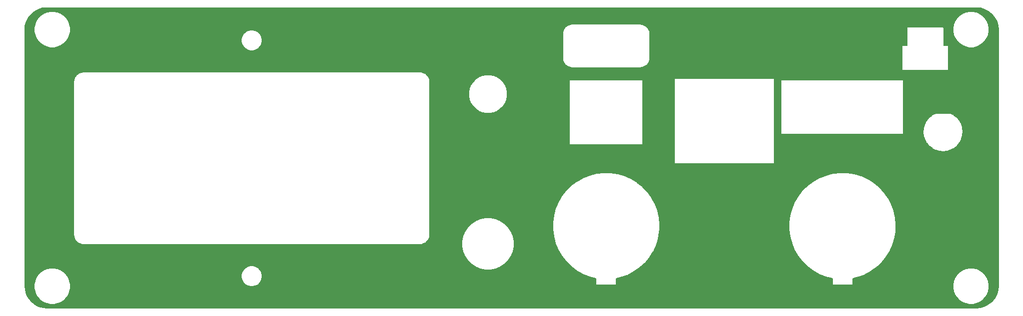
<source format=gbr>
%TF.GenerationSoftware,KiCad,Pcbnew,5.1.9-73d0e3b20d~88~ubuntu18.04.1*%
%TF.CreationDate,2020-12-31T12:10:29+01:00*%
%TF.ProjectId,ss_backpanel-mirrored,73735f62-6163-46b7-9061-6e656c2d6d69,rev?*%
%TF.SameCoordinates,Original*%
%TF.FileFunction,Copper,L2,Bot*%
%TF.FilePolarity,Positive*%
%FSLAX46Y46*%
G04 Gerber Fmt 4.6, Leading zero omitted, Abs format (unit mm)*
G04 Created by KiCad (PCBNEW 5.1.9-73d0e3b20d~88~ubuntu18.04.1) date 2020-12-31 12:10:29*
%MOMM*%
%LPD*%
G01*
G04 APERTURE LIST*
%TA.AperFunction,NonConductor*%
%ADD10C,0.154000*%
%TD*%
%TA.AperFunction,NonConductor*%
%ADD11C,0.150000*%
%TD*%
G04 APERTURE END LIST*
D10*
X229345663Y-49044621D02*
X230053309Y-49258272D01*
X230705975Y-49605300D01*
X231278810Y-50072494D01*
X231749988Y-50642049D01*
X232101568Y-51292282D01*
X232320153Y-51998419D01*
X232397924Y-52738368D01*
X232398000Y-52760071D01*
X232398001Y-96105004D01*
X232325379Y-96845662D01*
X232111728Y-97553309D01*
X231764699Y-98205975D01*
X231297506Y-98778811D01*
X230727949Y-99249989D01*
X230077719Y-99601567D01*
X229371586Y-99820152D01*
X228631632Y-99897924D01*
X228609929Y-99898000D01*
X71394986Y-99898000D01*
X70654338Y-99825379D01*
X69946691Y-99611728D01*
X69294025Y-99264699D01*
X68721189Y-98797506D01*
X68250011Y-98227949D01*
X67898433Y-97577719D01*
X67679848Y-96871586D01*
X67602076Y-96131632D01*
X67602000Y-96109929D01*
X67602000Y-95896942D01*
X69173000Y-95896942D01*
X69173000Y-96503058D01*
X69291248Y-97097528D01*
X69523198Y-97657506D01*
X69859938Y-98161473D01*
X70288527Y-98590062D01*
X70792494Y-98926802D01*
X71352472Y-99158752D01*
X71946942Y-99277000D01*
X72553058Y-99277000D01*
X73147528Y-99158752D01*
X73707506Y-98926802D01*
X74211473Y-98590062D01*
X74640062Y-98161473D01*
X74976802Y-97657506D01*
X75208752Y-97097528D01*
X75327000Y-96503058D01*
X75327000Y-95896942D01*
X75208752Y-95302472D01*
X74976802Y-94742494D01*
X74697829Y-94324981D01*
X104223000Y-94324981D01*
X104223000Y-94675019D01*
X104291289Y-95018332D01*
X104425243Y-95341725D01*
X104619714Y-95632771D01*
X104867229Y-95880286D01*
X105158275Y-96074757D01*
X105481668Y-96208711D01*
X105824981Y-96277000D01*
X106175019Y-96277000D01*
X106518332Y-96208711D01*
X106841725Y-96074757D01*
X107132771Y-95880286D01*
X107380286Y-95632771D01*
X107574757Y-95341725D01*
X107708711Y-95018332D01*
X107777000Y-94675019D01*
X107777000Y-94324981D01*
X107708711Y-93981668D01*
X107574757Y-93658275D01*
X107380286Y-93367229D01*
X107132771Y-93119714D01*
X106841725Y-92925243D01*
X106518332Y-92791289D01*
X106175019Y-92723000D01*
X105824981Y-92723000D01*
X105481668Y-92791289D01*
X105158275Y-92925243D01*
X104867229Y-93119714D01*
X104619714Y-93367229D01*
X104425243Y-93658275D01*
X104291289Y-93981668D01*
X104223000Y-94324981D01*
X74697829Y-94324981D01*
X74640062Y-94238527D01*
X74211473Y-93809938D01*
X73707506Y-93473198D01*
X73147528Y-93241248D01*
X72553058Y-93123000D01*
X71946942Y-93123000D01*
X71352472Y-93241248D01*
X70792494Y-93473198D01*
X70288527Y-93809938D01*
X69859938Y-94238527D01*
X69523198Y-94742494D01*
X69291248Y-95302472D01*
X69173000Y-95896942D01*
X67602000Y-95896942D01*
X67602000Y-61493279D01*
X75863000Y-61493279D01*
X75863001Y-87506722D01*
X75863024Y-87506954D01*
X75863038Y-87510956D01*
X75863642Y-87516901D01*
X75863600Y-87522888D01*
X75863787Y-87524792D01*
X75894388Y-87815937D01*
X75896880Y-87828077D01*
X75899211Y-87840298D01*
X75899764Y-87842129D01*
X75986332Y-88121785D01*
X75991136Y-88133214D01*
X75995795Y-88144745D01*
X75996693Y-88146434D01*
X76135932Y-88403950D01*
X76142866Y-88414230D01*
X76149674Y-88424634D01*
X76150884Y-88426116D01*
X76337489Y-88651683D01*
X76346302Y-88660435D01*
X76354987Y-88669304D01*
X76356461Y-88670523D01*
X76583325Y-88855549D01*
X76593654Y-88862412D01*
X76603912Y-88869436D01*
X76605595Y-88870346D01*
X76864076Y-89007783D01*
X76875585Y-89012527D01*
X76886969Y-89017406D01*
X76888793Y-89017971D01*
X76888799Y-89017973D01*
X77169051Y-89102586D01*
X77181207Y-89104993D01*
X77193377Y-89107580D01*
X77195279Y-89107779D01*
X77486631Y-89136346D01*
X77486637Y-89136346D01*
X77493278Y-89137000D01*
X134506722Y-89137000D01*
X134506965Y-89136976D01*
X134510956Y-89136962D01*
X134516901Y-89136358D01*
X134522888Y-89136400D01*
X134524792Y-89136213D01*
X134815937Y-89105612D01*
X134828077Y-89103120D01*
X134840298Y-89100789D01*
X134842129Y-89100236D01*
X135121785Y-89013668D01*
X135133214Y-89008864D01*
X135144745Y-89004205D01*
X135146434Y-89003307D01*
X135403950Y-88864068D01*
X135414230Y-88857134D01*
X135424634Y-88850326D01*
X135426116Y-88849116D01*
X135651683Y-88662511D01*
X135660435Y-88653698D01*
X135669304Y-88645013D01*
X135670523Y-88643539D01*
X135735410Y-88563979D01*
X141573000Y-88563979D01*
X141573000Y-89436021D01*
X141743127Y-90291308D01*
X142076844Y-91096971D01*
X142561325Y-91822048D01*
X143177952Y-92438675D01*
X143903029Y-92923156D01*
X144708692Y-93256873D01*
X145563979Y-93427000D01*
X146436021Y-93427000D01*
X147291308Y-93256873D01*
X148096971Y-92923156D01*
X148822048Y-92438675D01*
X149438675Y-91822048D01*
X149923156Y-91096971D01*
X150256873Y-90291308D01*
X150427000Y-89436021D01*
X150427000Y-88563979D01*
X150256873Y-87708692D01*
X149923156Y-86903029D01*
X149704769Y-86576189D01*
X156937323Y-86576189D01*
X156937508Y-86579059D01*
X156937433Y-86581926D01*
X156938490Y-86594264D01*
X156938493Y-86594311D01*
X156938496Y-86594326D01*
X157093138Y-87769724D01*
X157093702Y-87772546D01*
X157094006Y-87775396D01*
X157096695Y-87787532D01*
X157405437Y-88932167D01*
X157406368Y-88934886D01*
X157407047Y-88937675D01*
X157411303Y-88949306D01*
X157411317Y-88949348D01*
X157411323Y-88949360D01*
X157868734Y-90043096D01*
X157870017Y-90045669D01*
X157871058Y-90048341D01*
X157876825Y-90059328D01*
X157876835Y-90059348D01*
X157876839Y-90059354D01*
X158474888Y-91082991D01*
X158476500Y-91085372D01*
X158477886Y-91087884D01*
X158485067Y-91098029D01*
X159213251Y-92033584D01*
X159215161Y-92035728D01*
X159216869Y-92038037D01*
X159225307Y-92047120D01*
X159225329Y-92047144D01*
X159225337Y-92047151D01*
X160070848Y-92878173D01*
X160073026Y-92880047D01*
X160075024Y-92882109D01*
X160084590Y-92889996D01*
X160084613Y-92890016D01*
X160084621Y-92890021D01*
X161032615Y-93601921D01*
X161035029Y-93603495D01*
X161037275Y-93605269D01*
X161047805Y-93611825D01*
X161047826Y-93611839D01*
X161047833Y-93611842D01*
X162081653Y-94192110D01*
X162084250Y-94193349D01*
X162086715Y-94194813D01*
X162098024Y-94199921D01*
X162098042Y-94199929D01*
X162098047Y-94199931D01*
X163199533Y-94638374D01*
X163202265Y-94639257D01*
X163204907Y-94640384D01*
X163216799Y-94643953D01*
X163216812Y-94643957D01*
X163216816Y-94643958D01*
X164263001Y-94906835D01*
X164263000Y-95893278D01*
X164262338Y-95900000D01*
X164264983Y-95926857D01*
X164272817Y-95952681D01*
X164272909Y-95952853D01*
X164285538Y-95976481D01*
X164302658Y-95997342D01*
X164323519Y-96014462D01*
X164347319Y-96027183D01*
X164373143Y-96035017D01*
X164400000Y-96037662D01*
X164406722Y-96037000D01*
X167593378Y-96037000D01*
X167600186Y-96037661D01*
X167612957Y-96036386D01*
X167626857Y-96035017D01*
X167626950Y-96034989D01*
X167627039Y-96034980D01*
X167639400Y-96031212D01*
X167652681Y-96027183D01*
X167652766Y-96027137D01*
X167652853Y-96027111D01*
X167664243Y-96021003D01*
X167676481Y-96014462D01*
X167676556Y-96014400D01*
X167676635Y-96014358D01*
X167686585Y-96006170D01*
X167697342Y-95997342D01*
X167697403Y-95997267D01*
X167697473Y-95997210D01*
X167705597Y-95987283D01*
X167714462Y-95976481D01*
X167714508Y-95976394D01*
X167714565Y-95976325D01*
X167720624Y-95964952D01*
X167727183Y-95952681D01*
X167727211Y-95952589D01*
X167727254Y-95952508D01*
X167731051Y-95939929D01*
X167735017Y-95926857D01*
X167735026Y-95926762D01*
X167735053Y-95926674D01*
X167736296Y-95913873D01*
X167737662Y-95900000D01*
X167736990Y-95893176D01*
X167735658Y-94909613D01*
X168389764Y-94761061D01*
X168391027Y-94760685D01*
X168392323Y-94760454D01*
X168404241Y-94756925D01*
X169524551Y-94369089D01*
X169527204Y-94367969D01*
X169529933Y-94367098D01*
X169541262Y-94362032D01*
X169541280Y-94362024D01*
X169541286Y-94362021D01*
X170600455Y-93829426D01*
X170602928Y-93827970D01*
X170605526Y-93826742D01*
X170616081Y-93820224D01*
X170616103Y-93820211D01*
X170616110Y-93820206D01*
X171595534Y-93152210D01*
X171597796Y-93150437D01*
X171600206Y-93148878D01*
X171609796Y-93141030D01*
X171609825Y-93141007D01*
X171609833Y-93140999D01*
X172492307Y-92349336D01*
X172494317Y-92347277D01*
X172496496Y-92345416D01*
X172504967Y-92336365D01*
X172504990Y-92336342D01*
X172504996Y-92336334D01*
X173275015Y-91434911D01*
X173276732Y-91432609D01*
X173278650Y-91430471D01*
X173285869Y-91420353D01*
X173929910Y-90425002D01*
X173931311Y-90422486D01*
X173932925Y-90420120D01*
X173938722Y-90409173D01*
X173938743Y-90409136D01*
X173938748Y-90409123D01*
X174445484Y-89337350D01*
X174446536Y-89334680D01*
X174447828Y-89332112D01*
X174452141Y-89320455D01*
X174812681Y-88191063D01*
X174813372Y-88188271D01*
X174814311Y-88185561D01*
X174817045Y-88173436D01*
X175025049Y-87006283D01*
X175025365Y-87003424D01*
X175025937Y-87000614D01*
X175027038Y-86988285D01*
X175027044Y-86988234D01*
X175027044Y-86988218D01*
X175045068Y-86576189D01*
X196937323Y-86576189D01*
X196937508Y-86579059D01*
X196937433Y-86581926D01*
X196938490Y-86594264D01*
X196938493Y-86594311D01*
X196938496Y-86594326D01*
X197093138Y-87769724D01*
X197093702Y-87772546D01*
X197094006Y-87775396D01*
X197096695Y-87787532D01*
X197405437Y-88932167D01*
X197406368Y-88934886D01*
X197407047Y-88937675D01*
X197411303Y-88949306D01*
X197411317Y-88949348D01*
X197411323Y-88949360D01*
X197868734Y-90043096D01*
X197870017Y-90045669D01*
X197871058Y-90048341D01*
X197876825Y-90059328D01*
X197876835Y-90059348D01*
X197876839Y-90059354D01*
X198474888Y-91082991D01*
X198476500Y-91085372D01*
X198477886Y-91087884D01*
X198485067Y-91098029D01*
X199213251Y-92033584D01*
X199215161Y-92035728D01*
X199216869Y-92038037D01*
X199225307Y-92047120D01*
X199225329Y-92047144D01*
X199225337Y-92047151D01*
X200070848Y-92878173D01*
X200073026Y-92880047D01*
X200075024Y-92882109D01*
X200084590Y-92889996D01*
X200084613Y-92890016D01*
X200084621Y-92890021D01*
X201032615Y-93601921D01*
X201035029Y-93603495D01*
X201037275Y-93605269D01*
X201047805Y-93611825D01*
X201047826Y-93611839D01*
X201047833Y-93611842D01*
X202081653Y-94192110D01*
X202084250Y-94193349D01*
X202086715Y-94194813D01*
X202098024Y-94199921D01*
X202098042Y-94199929D01*
X202098047Y-94199931D01*
X203199533Y-94638374D01*
X203202265Y-94639257D01*
X203204907Y-94640384D01*
X203216799Y-94643953D01*
X203216812Y-94643957D01*
X203216816Y-94643958D01*
X204263001Y-94906835D01*
X204263000Y-95893278D01*
X204262338Y-95900000D01*
X204264983Y-95926857D01*
X204272817Y-95952681D01*
X204272909Y-95952853D01*
X204285538Y-95976481D01*
X204302658Y-95997342D01*
X204323519Y-96014462D01*
X204347319Y-96027183D01*
X204373143Y-96035017D01*
X204400000Y-96037662D01*
X204406722Y-96037000D01*
X207593378Y-96037000D01*
X207600186Y-96037661D01*
X207612957Y-96036386D01*
X207626857Y-96035017D01*
X207626950Y-96034989D01*
X207627039Y-96034980D01*
X207639400Y-96031212D01*
X207652681Y-96027183D01*
X207652766Y-96027137D01*
X207652853Y-96027111D01*
X207664243Y-96021003D01*
X207676481Y-96014462D01*
X207676556Y-96014400D01*
X207676635Y-96014358D01*
X207686585Y-96006170D01*
X207697342Y-95997342D01*
X207697403Y-95997267D01*
X207697473Y-95997210D01*
X207705597Y-95987283D01*
X207714462Y-95976481D01*
X207714508Y-95976394D01*
X207714565Y-95976325D01*
X207720624Y-95964952D01*
X207727183Y-95952681D01*
X207727211Y-95952589D01*
X207727254Y-95952508D01*
X207731051Y-95939929D01*
X207735017Y-95926857D01*
X207735026Y-95926762D01*
X207735053Y-95926674D01*
X207736296Y-95913873D01*
X207737662Y-95900000D01*
X207737361Y-95896942D01*
X224673000Y-95896942D01*
X224673000Y-96503058D01*
X224791248Y-97097528D01*
X225023198Y-97657506D01*
X225359938Y-98161473D01*
X225788527Y-98590062D01*
X226292494Y-98926802D01*
X226852472Y-99158752D01*
X227446942Y-99277000D01*
X228053058Y-99277000D01*
X228647528Y-99158752D01*
X229207506Y-98926802D01*
X229711473Y-98590062D01*
X230140062Y-98161473D01*
X230476802Y-97657506D01*
X230708752Y-97097528D01*
X230827000Y-96503058D01*
X230827000Y-95896942D01*
X230708752Y-95302472D01*
X230476802Y-94742494D01*
X230140062Y-94238527D01*
X229711473Y-93809938D01*
X229207506Y-93473198D01*
X228647528Y-93241248D01*
X228053058Y-93123000D01*
X227446942Y-93123000D01*
X226852472Y-93241248D01*
X226292494Y-93473198D01*
X225788527Y-93809938D01*
X225359938Y-94238527D01*
X225023198Y-94742494D01*
X224791248Y-95302472D01*
X224673000Y-95896942D01*
X207737361Y-95896942D01*
X207736990Y-95893176D01*
X207735658Y-94909613D01*
X208389764Y-94761061D01*
X208391027Y-94760685D01*
X208392323Y-94760454D01*
X208404241Y-94756925D01*
X209524551Y-94369089D01*
X209527204Y-94367969D01*
X209529933Y-94367098D01*
X209541262Y-94362032D01*
X209541280Y-94362024D01*
X209541286Y-94362021D01*
X210600455Y-93829426D01*
X210602928Y-93827970D01*
X210605526Y-93826742D01*
X210616081Y-93820224D01*
X210616103Y-93820211D01*
X210616110Y-93820206D01*
X211595534Y-93152210D01*
X211597796Y-93150437D01*
X211600206Y-93148878D01*
X211609796Y-93141030D01*
X211609825Y-93141007D01*
X211609833Y-93140999D01*
X212492307Y-92349336D01*
X212494317Y-92347277D01*
X212496496Y-92345416D01*
X212504967Y-92336365D01*
X212504990Y-92336342D01*
X212504996Y-92336334D01*
X213275015Y-91434911D01*
X213276732Y-91432609D01*
X213278650Y-91430471D01*
X213285869Y-91420353D01*
X213929910Y-90425002D01*
X213931311Y-90422486D01*
X213932925Y-90420120D01*
X213938722Y-90409173D01*
X213938743Y-90409136D01*
X213938748Y-90409123D01*
X214445484Y-89337350D01*
X214446536Y-89334680D01*
X214447828Y-89332112D01*
X214452141Y-89320455D01*
X214812681Y-88191063D01*
X214813372Y-88188271D01*
X214814311Y-88185561D01*
X214817045Y-88173436D01*
X215025049Y-87006283D01*
X215025365Y-87003424D01*
X215025937Y-87000614D01*
X215027038Y-86988285D01*
X215027044Y-86988234D01*
X215027044Y-86988218D01*
X215078856Y-85803822D01*
X215078791Y-85800954D01*
X215078987Y-85798087D01*
X215078446Y-85785668D01*
X214973158Y-84604809D01*
X214972712Y-84601962D01*
X214972528Y-84599106D01*
X214970350Y-84586868D01*
X214709810Y-83430307D01*
X214708994Y-83427552D01*
X214708432Y-83424737D01*
X214704654Y-83412895D01*
X214293441Y-82300953D01*
X214292266Y-82298326D01*
X214291338Y-82295614D01*
X214286046Y-82284415D01*
X214286028Y-82284376D01*
X214286021Y-82284365D01*
X213731364Y-81236586D01*
X213729855Y-81234143D01*
X213728574Y-81231572D01*
X213721824Y-81221135D01*
X213033457Y-80255908D01*
X213031636Y-80253682D01*
X213030028Y-80251307D01*
X213021980Y-80241883D01*
X213021957Y-80241855D01*
X213021949Y-80241847D01*
X212211979Y-79376147D01*
X212209882Y-79374184D01*
X212207972Y-79372040D01*
X212198745Y-79363760D01*
X212198722Y-79363738D01*
X212198714Y-79363732D01*
X211281363Y-78612760D01*
X211279020Y-78611088D01*
X211276848Y-78609220D01*
X211266581Y-78602214D01*
X210257959Y-77979159D01*
X210255418Y-77977813D01*
X210253016Y-77976247D01*
X210241950Y-77970680D01*
X210241912Y-77970660D01*
X210241899Y-77970655D01*
X209159748Y-77486475D01*
X209157046Y-77485475D01*
X209154463Y-77484243D01*
X209142718Y-77480174D01*
X208006023Y-77143365D01*
X208003216Y-77142732D01*
X208000489Y-77141851D01*
X207988309Y-77139371D01*
X206817055Y-76955856D01*
X206814188Y-76955600D01*
X206811368Y-76955087D01*
X206799019Y-76954245D01*
X206798968Y-76954240D01*
X206798953Y-76954241D01*
X205613732Y-76927244D01*
X205610867Y-76927369D01*
X205607994Y-76927233D01*
X205595590Y-76928034D01*
X204417195Y-77058029D01*
X204414363Y-77058533D01*
X204411506Y-77058778D01*
X204399317Y-77061212D01*
X203248466Y-77345916D01*
X203245723Y-77346791D01*
X203242926Y-77347411D01*
X203231209Y-77351421D01*
X203231166Y-77351435D01*
X203231153Y-77351441D01*
X202128079Y-77785846D01*
X202125485Y-77787072D01*
X202122786Y-77788059D01*
X202111661Y-77793604D01*
X201075717Y-78370089D01*
X201073306Y-78371648D01*
X201070763Y-78372983D01*
X201060503Y-78379929D01*
X201060470Y-78379950D01*
X201060461Y-78379958D01*
X200109870Y-79088381D01*
X200107687Y-79090245D01*
X200105342Y-79091905D01*
X200096084Y-79100152D01*
X200096060Y-79100173D01*
X200096053Y-79100181D01*
X199247505Y-79928103D01*
X199245586Y-79930241D01*
X199243483Y-79932195D01*
X199235377Y-79941618D01*
X198503776Y-80874502D01*
X198502155Y-80876878D01*
X198500331Y-80879090D01*
X198493564Y-80889469D01*
X198493541Y-80889502D01*
X198493535Y-80889514D01*
X197891746Y-81910950D01*
X197890455Y-81913515D01*
X197888937Y-81915954D01*
X197883585Y-81927172D01*
X197422170Y-83019238D01*
X197421228Y-83021957D01*
X197420048Y-83024570D01*
X197416241Y-83036354D01*
X197416226Y-83036397D01*
X197416223Y-83036411D01*
X197103297Y-84179896D01*
X197102725Y-84182706D01*
X197101898Y-84185461D01*
X197099685Y-84197636D01*
X197099674Y-84197690D01*
X197099673Y-84197707D01*
X196940729Y-85372530D01*
X196940533Y-85375397D01*
X196940079Y-85378231D01*
X196939492Y-85390647D01*
X196937323Y-86576189D01*
X175045068Y-86576189D01*
X175078856Y-85803822D01*
X175078791Y-85800954D01*
X175078987Y-85798087D01*
X175078446Y-85785668D01*
X174973158Y-84604809D01*
X174972712Y-84601962D01*
X174972528Y-84599106D01*
X174970350Y-84586868D01*
X174709810Y-83430307D01*
X174708994Y-83427552D01*
X174708432Y-83424737D01*
X174704654Y-83412895D01*
X174293441Y-82300953D01*
X174292266Y-82298326D01*
X174291338Y-82295614D01*
X174286046Y-82284415D01*
X174286028Y-82284376D01*
X174286021Y-82284365D01*
X173731364Y-81236586D01*
X173729855Y-81234143D01*
X173728574Y-81231572D01*
X173721824Y-81221135D01*
X173033457Y-80255908D01*
X173031636Y-80253682D01*
X173030028Y-80251307D01*
X173021980Y-80241883D01*
X173021957Y-80241855D01*
X173021949Y-80241847D01*
X172211979Y-79376147D01*
X172209882Y-79374184D01*
X172207972Y-79372040D01*
X172198745Y-79363760D01*
X172198722Y-79363738D01*
X172198714Y-79363732D01*
X171281363Y-78612760D01*
X171279020Y-78611088D01*
X171276848Y-78609220D01*
X171266581Y-78602214D01*
X170257959Y-77979159D01*
X170255418Y-77977813D01*
X170253016Y-77976247D01*
X170241950Y-77970680D01*
X170241912Y-77970660D01*
X170241899Y-77970655D01*
X169159748Y-77486475D01*
X169157046Y-77485475D01*
X169154463Y-77484243D01*
X169142718Y-77480174D01*
X168006023Y-77143365D01*
X168003216Y-77142732D01*
X168000489Y-77141851D01*
X167988309Y-77139371D01*
X166817055Y-76955856D01*
X166814188Y-76955600D01*
X166811368Y-76955087D01*
X166799019Y-76954245D01*
X166798968Y-76954240D01*
X166798953Y-76954241D01*
X165613732Y-76927244D01*
X165610867Y-76927369D01*
X165607994Y-76927233D01*
X165595590Y-76928034D01*
X164417195Y-77058029D01*
X164414363Y-77058533D01*
X164411506Y-77058778D01*
X164399317Y-77061212D01*
X163248466Y-77345916D01*
X163245723Y-77346791D01*
X163242926Y-77347411D01*
X163231209Y-77351421D01*
X163231166Y-77351435D01*
X163231153Y-77351441D01*
X162128079Y-77785846D01*
X162125485Y-77787072D01*
X162122786Y-77788059D01*
X162111661Y-77793604D01*
X161075717Y-78370089D01*
X161073306Y-78371648D01*
X161070763Y-78372983D01*
X161060503Y-78379929D01*
X161060470Y-78379950D01*
X161060461Y-78379958D01*
X160109870Y-79088381D01*
X160107687Y-79090245D01*
X160105342Y-79091905D01*
X160096084Y-79100152D01*
X160096060Y-79100173D01*
X160096053Y-79100181D01*
X159247505Y-79928103D01*
X159245586Y-79930241D01*
X159243483Y-79932195D01*
X159235377Y-79941618D01*
X158503776Y-80874502D01*
X158502155Y-80876878D01*
X158500331Y-80879090D01*
X158493564Y-80889469D01*
X158493541Y-80889502D01*
X158493535Y-80889514D01*
X157891746Y-81910950D01*
X157890455Y-81913515D01*
X157888937Y-81915954D01*
X157883585Y-81927172D01*
X157422170Y-83019238D01*
X157421228Y-83021957D01*
X157420048Y-83024570D01*
X157416241Y-83036354D01*
X157416226Y-83036397D01*
X157416223Y-83036411D01*
X157103297Y-84179896D01*
X157102725Y-84182706D01*
X157101898Y-84185461D01*
X157099685Y-84197636D01*
X157099674Y-84197690D01*
X157099673Y-84197707D01*
X156940729Y-85372530D01*
X156940533Y-85375397D01*
X156940079Y-85378231D01*
X156939492Y-85390647D01*
X156937323Y-86576189D01*
X149704769Y-86576189D01*
X149438675Y-86177952D01*
X148822048Y-85561325D01*
X148096971Y-85076844D01*
X147291308Y-84743127D01*
X146436021Y-84573000D01*
X145563979Y-84573000D01*
X144708692Y-84743127D01*
X143903029Y-85076844D01*
X143177952Y-85561325D01*
X142561325Y-86177952D01*
X142076844Y-86903029D01*
X141743127Y-87708692D01*
X141573000Y-88563979D01*
X135735410Y-88563979D01*
X135855549Y-88416675D01*
X135862412Y-88406346D01*
X135869436Y-88396088D01*
X135870346Y-88394405D01*
X136007783Y-88135924D01*
X136012527Y-88124415D01*
X136017406Y-88113031D01*
X136017972Y-88111203D01*
X136102586Y-87830949D01*
X136104993Y-87818793D01*
X136107580Y-87806623D01*
X136107779Y-87804721D01*
X136136346Y-87513369D01*
X136136346Y-87513363D01*
X136137000Y-87506722D01*
X136137000Y-63277244D01*
X142723000Y-63277244D01*
X142723000Y-63922756D01*
X142848933Y-64555866D01*
X143095960Y-65152242D01*
X143454588Y-65688966D01*
X143911034Y-66145412D01*
X144447758Y-66504040D01*
X145044134Y-66751067D01*
X145677244Y-66877000D01*
X146322756Y-66877000D01*
X146955866Y-66751067D01*
X147552242Y-66504040D01*
X148088966Y-66145412D01*
X148545412Y-65688966D01*
X148904040Y-65152242D01*
X149151067Y-64555866D01*
X149277000Y-63922756D01*
X149277000Y-63277244D01*
X149151067Y-62644134D01*
X148904040Y-62047758D01*
X148545412Y-61511034D01*
X148334378Y-61300000D01*
X159762338Y-61300000D01*
X159763001Y-61306732D01*
X159763000Y-72093278D01*
X159762338Y-72100000D01*
X159764983Y-72126857D01*
X159772817Y-72152681D01*
X159777049Y-72160599D01*
X159785538Y-72176481D01*
X159802658Y-72197342D01*
X159823519Y-72214462D01*
X159847319Y-72227183D01*
X159873143Y-72235017D01*
X159900000Y-72237662D01*
X159906722Y-72237000D01*
X172093278Y-72237000D01*
X172100000Y-72237662D01*
X172126857Y-72235017D01*
X172152681Y-72227183D01*
X172176481Y-72214462D01*
X172197342Y-72197342D01*
X172214462Y-72176481D01*
X172227183Y-72152681D01*
X172235017Y-72126857D01*
X172237000Y-72106722D01*
X172237000Y-72106721D01*
X172237662Y-72100000D01*
X172237000Y-72093278D01*
X172237000Y-61306722D01*
X172237662Y-61300000D01*
X172235017Y-61273143D01*
X172227183Y-61247319D01*
X172214462Y-61223519D01*
X172197342Y-61202658D01*
X172176481Y-61185538D01*
X172152681Y-61172817D01*
X172126857Y-61164983D01*
X172106722Y-61163000D01*
X172100000Y-61162338D01*
X172093278Y-61163000D01*
X159906722Y-61163000D01*
X159900000Y-61162338D01*
X159893278Y-61163000D01*
X159873143Y-61164983D01*
X159847319Y-61172817D01*
X159823519Y-61185538D01*
X159802658Y-61202658D01*
X159785538Y-61223519D01*
X159772817Y-61247319D01*
X159764983Y-61273143D01*
X159762338Y-61300000D01*
X148334378Y-61300000D01*
X148134378Y-61100000D01*
X177522144Y-61100000D01*
X177523001Y-61108702D01*
X177523000Y-75241308D01*
X177522144Y-75250000D01*
X177525561Y-75284698D01*
X177535682Y-75318063D01*
X177552118Y-75348811D01*
X177574237Y-75375763D01*
X177601189Y-75397882D01*
X177631937Y-75414318D01*
X177665302Y-75424439D01*
X177700000Y-75427856D01*
X177708692Y-75427000D01*
X194291308Y-75427000D01*
X194300000Y-75427856D01*
X194308692Y-75427000D01*
X194334698Y-75424439D01*
X194368063Y-75414318D01*
X194398811Y-75397882D01*
X194425763Y-75375763D01*
X194447882Y-75348811D01*
X194464318Y-75318063D01*
X194474439Y-75284698D01*
X194477856Y-75250000D01*
X194477000Y-75241308D01*
X194477000Y-61300000D01*
X195532338Y-61300000D01*
X195533001Y-61306732D01*
X195533000Y-70293278D01*
X195532338Y-70300000D01*
X195534983Y-70326857D01*
X195542817Y-70352681D01*
X195555538Y-70376481D01*
X195572658Y-70397342D01*
X195593519Y-70414462D01*
X195617319Y-70427183D01*
X195643143Y-70435017D01*
X195670000Y-70437662D01*
X195676722Y-70437000D01*
X216163278Y-70437000D01*
X216170000Y-70437662D01*
X216176722Y-70437000D01*
X216196857Y-70435017D01*
X216222681Y-70427183D01*
X216246481Y-70414462D01*
X216267342Y-70397342D01*
X216284462Y-70376481D01*
X216297183Y-70352681D01*
X216305017Y-70326857D01*
X216307662Y-70300000D01*
X216307000Y-70293278D01*
X216307000Y-70082041D01*
X219624892Y-70082041D01*
X219625214Y-70093549D01*
X219625375Y-70105057D01*
X219625585Y-70106818D01*
X219705106Y-70736041D01*
X219707653Y-70747247D01*
X219710050Y-70758524D01*
X219710599Y-70760210D01*
X219910821Y-71362004D01*
X219915473Y-71372451D01*
X219920038Y-71383100D01*
X219920903Y-71384647D01*
X220234203Y-71936090D01*
X220240833Y-71945488D01*
X220247341Y-71954992D01*
X220248487Y-71956337D01*
X220248491Y-71956343D01*
X220248496Y-71956348D01*
X220662931Y-72436430D01*
X220671237Y-72444339D01*
X220679491Y-72452421D01*
X220680881Y-72453522D01*
X221180679Y-72843967D01*
X221190375Y-72850120D01*
X221200030Y-72856437D01*
X221201607Y-72857247D01*
X221767723Y-73143179D01*
X221778429Y-73147331D01*
X221789128Y-73151653D01*
X221790832Y-73152141D01*
X222401705Y-73322668D01*
X222413005Y-73324660D01*
X222424348Y-73326823D01*
X222426115Y-73326971D01*
X223058476Y-73375598D01*
X223069963Y-73375357D01*
X223081495Y-73375276D01*
X223083256Y-73375078D01*
X223083258Y-73375078D01*
X223713019Y-73299952D01*
X223724225Y-73297488D01*
X223735537Y-73295165D01*
X223737227Y-73294628D01*
X224340404Y-73098612D01*
X224350907Y-73094023D01*
X224361563Y-73089543D01*
X224363117Y-73088688D01*
X224916733Y-72779247D01*
X224926147Y-72772703D01*
X224935728Y-72766240D01*
X224937086Y-72765100D01*
X225420055Y-72354021D01*
X225428025Y-72345767D01*
X225436161Y-72337573D01*
X225437272Y-72336191D01*
X225831197Y-71839132D01*
X225837419Y-71829477D01*
X225843802Y-71819868D01*
X225844623Y-71818297D01*
X226134500Y-71254190D01*
X226138734Y-71243494D01*
X226143123Y-71232845D01*
X226143623Y-71231144D01*
X226318411Y-70621477D01*
X226320480Y-70610202D01*
X226322724Y-70598864D01*
X226322884Y-70597098D01*
X226375924Y-69965091D01*
X226375763Y-69953625D01*
X226375763Y-69942071D01*
X226375577Y-69940307D01*
X226304850Y-69310035D01*
X226302463Y-69298808D01*
X226300220Y-69287485D01*
X226299695Y-69285791D01*
X226107894Y-68681260D01*
X226103378Y-68670724D01*
X226098973Y-68660038D01*
X226098129Y-68658479D01*
X225792561Y-68102716D01*
X225786087Y-68093262D01*
X225779687Y-68083631D01*
X225778556Y-68082265D01*
X225370859Y-67596438D01*
X225362638Y-67588388D01*
X225354523Y-67580218D01*
X225353149Y-67579097D01*
X224858852Y-67181711D01*
X224849240Y-67175422D01*
X224839677Y-67168972D01*
X224838111Y-67168140D01*
X224276442Y-66874541D01*
X224266039Y-66868981D01*
X224242098Y-66861720D01*
X224223436Y-66859883D01*
X221782501Y-66860001D01*
X221782494Y-66860000D01*
X221782487Y-66860001D01*
X221776260Y-66860001D01*
X221757598Y-66861840D01*
X221733659Y-66869103D01*
X221727457Y-66872418D01*
X221607360Y-66923899D01*
X221601531Y-66927104D01*
X221595433Y-66929769D01*
X221593892Y-66930645D01*
X221044649Y-67247786D01*
X221035331Y-67254458D01*
X221025837Y-67261057D01*
X221024495Y-67262216D01*
X220547314Y-67679997D01*
X220539447Y-67688375D01*
X220531439Y-67696669D01*
X220530347Y-67698066D01*
X220143400Y-68200577D01*
X220137309Y-68210326D01*
X220131066Y-68220015D01*
X220130267Y-68221598D01*
X219848295Y-68789697D01*
X219844216Y-68800436D01*
X219839971Y-68811160D01*
X219839494Y-68812867D01*
X219673235Y-69424916D01*
X219671314Y-69436276D01*
X219669239Y-69447587D01*
X219669103Y-69449355D01*
X219624892Y-70082041D01*
X216307000Y-70082041D01*
X216307000Y-61306722D01*
X216307662Y-61300000D01*
X216305017Y-61273143D01*
X216297183Y-61247319D01*
X216284462Y-61223519D01*
X216267342Y-61202658D01*
X216246481Y-61185538D01*
X216222681Y-61172817D01*
X216196857Y-61164983D01*
X216176722Y-61163000D01*
X216170000Y-61162338D01*
X216163278Y-61163000D01*
X195676722Y-61163000D01*
X195670000Y-61162338D01*
X195663278Y-61163000D01*
X195643143Y-61164983D01*
X195617319Y-61172817D01*
X195593519Y-61185538D01*
X195572658Y-61202658D01*
X195555538Y-61223519D01*
X195542817Y-61247319D01*
X195534983Y-61273143D01*
X195532338Y-61300000D01*
X194477000Y-61300000D01*
X194477000Y-61108692D01*
X194477856Y-61100000D01*
X194474439Y-61065302D01*
X194464318Y-61031937D01*
X194447882Y-61001189D01*
X194425763Y-60974237D01*
X194398811Y-60952118D01*
X194368063Y-60935682D01*
X194334698Y-60925561D01*
X194308692Y-60923000D01*
X194300000Y-60922144D01*
X194291308Y-60923000D01*
X177708692Y-60923000D01*
X177700000Y-60922144D01*
X177691308Y-60923000D01*
X177665302Y-60925561D01*
X177631937Y-60935682D01*
X177601189Y-60952118D01*
X177574237Y-60974237D01*
X177552118Y-61001189D01*
X177535682Y-61031937D01*
X177525561Y-61065302D01*
X177522144Y-61100000D01*
X148134378Y-61100000D01*
X148088966Y-61054588D01*
X147552242Y-60695960D01*
X146955866Y-60448933D01*
X146322756Y-60323000D01*
X145677244Y-60323000D01*
X145044134Y-60448933D01*
X144447758Y-60695960D01*
X143911034Y-61054588D01*
X143454588Y-61511034D01*
X143095960Y-62047758D01*
X142848933Y-62644134D01*
X142723000Y-63277244D01*
X136137000Y-63277244D01*
X136137000Y-61493278D01*
X136136976Y-61493035D01*
X136136962Y-61489044D01*
X136136358Y-61483099D01*
X136136400Y-61477112D01*
X136136213Y-61475208D01*
X136105613Y-61184063D01*
X136103113Y-61171886D01*
X136100789Y-61159702D01*
X136100236Y-61157871D01*
X136013668Y-60878215D01*
X136008864Y-60866786D01*
X136004205Y-60855255D01*
X136003307Y-60853566D01*
X135864068Y-60596050D01*
X135857134Y-60585770D01*
X135850326Y-60575366D01*
X135849116Y-60573884D01*
X135662511Y-60348317D01*
X135653698Y-60339565D01*
X135645013Y-60330696D01*
X135643539Y-60329477D01*
X135416675Y-60144451D01*
X135406346Y-60137588D01*
X135396088Y-60130564D01*
X135394405Y-60129654D01*
X135135924Y-59992217D01*
X135124428Y-59987478D01*
X135113031Y-59982594D01*
X135111204Y-59982028D01*
X134830949Y-59897414D01*
X134818786Y-59895006D01*
X134806623Y-59892420D01*
X134804721Y-59892221D01*
X134513369Y-59863654D01*
X134513363Y-59863654D01*
X134506722Y-59863000D01*
X77493278Y-59863000D01*
X77493035Y-59863024D01*
X77489044Y-59863038D01*
X77483099Y-59863642D01*
X77477112Y-59863600D01*
X77475208Y-59863787D01*
X77184063Y-59894387D01*
X77171886Y-59896887D01*
X77159702Y-59899211D01*
X77157871Y-59899764D01*
X76878215Y-59986332D01*
X76866786Y-59991136D01*
X76855255Y-59995795D01*
X76853566Y-59996693D01*
X76596050Y-60135932D01*
X76585770Y-60142866D01*
X76575366Y-60149674D01*
X76573884Y-60150884D01*
X76348317Y-60337489D01*
X76339565Y-60346302D01*
X76330696Y-60354987D01*
X76329477Y-60356461D01*
X76144451Y-60583325D01*
X76137588Y-60593654D01*
X76130564Y-60603912D01*
X76129654Y-60605595D01*
X75992217Y-60864076D01*
X75987478Y-60875572D01*
X75982594Y-60886969D01*
X75982028Y-60888796D01*
X75897414Y-61169051D01*
X75895006Y-61181214D01*
X75892420Y-61193377D01*
X75892221Y-61195279D01*
X75863654Y-61486631D01*
X75863654Y-61486638D01*
X75863000Y-61493279D01*
X67602000Y-61493279D01*
X67602000Y-57506721D01*
X158613000Y-57506721D01*
X158613024Y-57506964D01*
X158613038Y-57510956D01*
X158613642Y-57516901D01*
X158613600Y-57522888D01*
X158613787Y-57524792D01*
X158644388Y-57815937D01*
X158646880Y-57828077D01*
X158649211Y-57840298D01*
X158649764Y-57842129D01*
X158736332Y-58121785D01*
X158741136Y-58133214D01*
X158745795Y-58144745D01*
X158746693Y-58146434D01*
X158885932Y-58403950D01*
X158892866Y-58414230D01*
X158899674Y-58424634D01*
X158900884Y-58426116D01*
X159087489Y-58651683D01*
X159096302Y-58660435D01*
X159104987Y-58669304D01*
X159106461Y-58670523D01*
X159333325Y-58855549D01*
X159343654Y-58862412D01*
X159353912Y-58869436D01*
X159355595Y-58870346D01*
X159614076Y-59007783D01*
X159625585Y-59012527D01*
X159636969Y-59017406D01*
X159638793Y-59017971D01*
X159638799Y-59017973D01*
X159919051Y-59102586D01*
X159931207Y-59104993D01*
X159943377Y-59107580D01*
X159945279Y-59107779D01*
X160236631Y-59136346D01*
X160236637Y-59136346D01*
X160243278Y-59137000D01*
X171756722Y-59137000D01*
X171756965Y-59136976D01*
X171760956Y-59136962D01*
X171766901Y-59136358D01*
X171772888Y-59136400D01*
X171774792Y-59136213D01*
X172065937Y-59105612D01*
X172078077Y-59103120D01*
X172090298Y-59100789D01*
X172092129Y-59100236D01*
X172371785Y-59013668D01*
X172383214Y-59008864D01*
X172394745Y-59004205D01*
X172396434Y-59003307D01*
X172653950Y-58864068D01*
X172664230Y-58857134D01*
X172674634Y-58850326D01*
X172676116Y-58849116D01*
X172901683Y-58662511D01*
X172910435Y-58653698D01*
X172919304Y-58645013D01*
X172920523Y-58643539D01*
X173105549Y-58416675D01*
X173112412Y-58406346D01*
X173119436Y-58396088D01*
X173120346Y-58394405D01*
X173257783Y-58135924D01*
X173262527Y-58124415D01*
X173267406Y-58113031D01*
X173267972Y-58111203D01*
X173352586Y-57830949D01*
X173354993Y-57818793D01*
X173357580Y-57806623D01*
X173357779Y-57804721D01*
X173386346Y-57513369D01*
X173386346Y-57513363D01*
X173387000Y-57506722D01*
X173387000Y-55500000D01*
X216062338Y-55500000D01*
X216063000Y-55506721D01*
X216063001Y-59493268D01*
X216062338Y-59500000D01*
X216064983Y-59526857D01*
X216072817Y-59552681D01*
X216085538Y-59576481D01*
X216102658Y-59597342D01*
X216123519Y-59614462D01*
X216147319Y-59627183D01*
X216173143Y-59635017D01*
X216193278Y-59637000D01*
X216200000Y-59637662D01*
X216206722Y-59637000D01*
X223793278Y-59637000D01*
X223800000Y-59637662D01*
X223806722Y-59637000D01*
X223826857Y-59635017D01*
X223852681Y-59627183D01*
X223876481Y-59614462D01*
X223897342Y-59597342D01*
X223914462Y-59576481D01*
X223927183Y-59552681D01*
X223935017Y-59526857D01*
X223937662Y-59500000D01*
X223937000Y-59493278D01*
X223937000Y-55506721D01*
X223937662Y-55500000D01*
X223935017Y-55473143D01*
X223927183Y-55447319D01*
X223914462Y-55423519D01*
X223897342Y-55402658D01*
X223876481Y-55385538D01*
X223852681Y-55372817D01*
X223826857Y-55364983D01*
X223806722Y-55363000D01*
X223800000Y-55362338D01*
X223793278Y-55363000D01*
X223137000Y-55363000D01*
X223137000Y-52406722D01*
X223137662Y-52400000D01*
X223135017Y-52373143D01*
X223133136Y-52366942D01*
X224673000Y-52366942D01*
X224673000Y-52973058D01*
X224791248Y-53567528D01*
X225023198Y-54127506D01*
X225359938Y-54631473D01*
X225788527Y-55060062D01*
X226292494Y-55396802D01*
X226852472Y-55628752D01*
X227446942Y-55747000D01*
X228053058Y-55747000D01*
X228647528Y-55628752D01*
X229207506Y-55396802D01*
X229711473Y-55060062D01*
X230140062Y-54631473D01*
X230476802Y-54127506D01*
X230708752Y-53567528D01*
X230827000Y-52973058D01*
X230827000Y-52366942D01*
X230708752Y-51772472D01*
X230476802Y-51212494D01*
X230140062Y-50708527D01*
X229711473Y-50279938D01*
X229207506Y-49943198D01*
X228647528Y-49711248D01*
X228053058Y-49593000D01*
X227446942Y-49593000D01*
X226852472Y-49711248D01*
X226292494Y-49943198D01*
X225788527Y-50279938D01*
X225359938Y-50708527D01*
X225023198Y-51212494D01*
X224791248Y-51772472D01*
X224673000Y-52366942D01*
X223133136Y-52366942D01*
X223127183Y-52347319D01*
X223114462Y-52323519D01*
X223097342Y-52302658D01*
X223076481Y-52285538D01*
X223052681Y-52272817D01*
X223026857Y-52264983D01*
X223006722Y-52263000D01*
X223000000Y-52262338D01*
X222993278Y-52263000D01*
X217006722Y-52263000D01*
X217000000Y-52262338D01*
X216993278Y-52263000D01*
X216973143Y-52264983D01*
X216947319Y-52272817D01*
X216923519Y-52285538D01*
X216902658Y-52302658D01*
X216885538Y-52323519D01*
X216872817Y-52347319D01*
X216864983Y-52373143D01*
X216862338Y-52400000D01*
X216863000Y-52406722D01*
X216863001Y-55363000D01*
X216206722Y-55363000D01*
X216200000Y-55362338D01*
X216193278Y-55363000D01*
X216173143Y-55364983D01*
X216147319Y-55372817D01*
X216123519Y-55385538D01*
X216102658Y-55402658D01*
X216085538Y-55423519D01*
X216072817Y-55447319D01*
X216064983Y-55473143D01*
X216062338Y-55500000D01*
X173387000Y-55500000D01*
X173387000Y-53393278D01*
X173386976Y-53393035D01*
X173386962Y-53389044D01*
X173386358Y-53383099D01*
X173386400Y-53377112D01*
X173386213Y-53375208D01*
X173355613Y-53084063D01*
X173353113Y-53071886D01*
X173350789Y-53059702D01*
X173350236Y-53057871D01*
X173263668Y-52778215D01*
X173258864Y-52766786D01*
X173254205Y-52755255D01*
X173253307Y-52753566D01*
X173114068Y-52496050D01*
X173107134Y-52485770D01*
X173100326Y-52475366D01*
X173099116Y-52473884D01*
X172912511Y-52248317D01*
X172903698Y-52239565D01*
X172895013Y-52230696D01*
X172893539Y-52229477D01*
X172666675Y-52044451D01*
X172656346Y-52037588D01*
X172646088Y-52030564D01*
X172644405Y-52029654D01*
X172385924Y-51892217D01*
X172374428Y-51887478D01*
X172363031Y-51882594D01*
X172361204Y-51882028D01*
X172080949Y-51797414D01*
X172068786Y-51795006D01*
X172056623Y-51792420D01*
X172054721Y-51792221D01*
X171763369Y-51763654D01*
X171763363Y-51763654D01*
X171756722Y-51763000D01*
X160243278Y-51763000D01*
X160243035Y-51763024D01*
X160239044Y-51763038D01*
X160233099Y-51763642D01*
X160227112Y-51763600D01*
X160225208Y-51763787D01*
X159934063Y-51794387D01*
X159921886Y-51796887D01*
X159909702Y-51799211D01*
X159907871Y-51799764D01*
X159628215Y-51886332D01*
X159616786Y-51891136D01*
X159605255Y-51895795D01*
X159603566Y-51896693D01*
X159346050Y-52035932D01*
X159335770Y-52042866D01*
X159325366Y-52049674D01*
X159323884Y-52050884D01*
X159098317Y-52237489D01*
X159089565Y-52246302D01*
X159080696Y-52254987D01*
X159079477Y-52256461D01*
X158894451Y-52483325D01*
X158887588Y-52493654D01*
X158880564Y-52503912D01*
X158879654Y-52505595D01*
X158742217Y-52764076D01*
X158737478Y-52775572D01*
X158732594Y-52786969D01*
X158732028Y-52788796D01*
X158647414Y-53069051D01*
X158645006Y-53081214D01*
X158642420Y-53093377D01*
X158642221Y-53095279D01*
X158613654Y-53386631D01*
X158613654Y-53386648D01*
X158613001Y-53393278D01*
X158613000Y-57506721D01*
X67602000Y-57506721D01*
X67602000Y-52764986D01*
X67641028Y-52366942D01*
X69173000Y-52366942D01*
X69173000Y-52973058D01*
X69291248Y-53567528D01*
X69523198Y-54127506D01*
X69859938Y-54631473D01*
X70288527Y-55060062D01*
X70792494Y-55396802D01*
X71352472Y-55628752D01*
X71946942Y-55747000D01*
X72553058Y-55747000D01*
X73147528Y-55628752D01*
X73707506Y-55396802D01*
X74211473Y-55060062D01*
X74640062Y-54631473D01*
X74844853Y-54324981D01*
X104223000Y-54324981D01*
X104223000Y-54675019D01*
X104291289Y-55018332D01*
X104425243Y-55341725D01*
X104619714Y-55632771D01*
X104867229Y-55880286D01*
X105158275Y-56074757D01*
X105481668Y-56208711D01*
X105824981Y-56277000D01*
X106175019Y-56277000D01*
X106518332Y-56208711D01*
X106841725Y-56074757D01*
X107132771Y-55880286D01*
X107380286Y-55632771D01*
X107574757Y-55341725D01*
X107708711Y-55018332D01*
X107777000Y-54675019D01*
X107777000Y-54324981D01*
X107708711Y-53981668D01*
X107574757Y-53658275D01*
X107380286Y-53367229D01*
X107132771Y-53119714D01*
X106841725Y-52925243D01*
X106518332Y-52791289D01*
X106175019Y-52723000D01*
X105824981Y-52723000D01*
X105481668Y-52791289D01*
X105158275Y-52925243D01*
X104867229Y-53119714D01*
X104619714Y-53367229D01*
X104425243Y-53658275D01*
X104291289Y-53981668D01*
X104223000Y-54324981D01*
X74844853Y-54324981D01*
X74976802Y-54127506D01*
X75208752Y-53567528D01*
X75327000Y-52973058D01*
X75327000Y-52366942D01*
X75208752Y-51772472D01*
X74976802Y-51212494D01*
X74640062Y-50708527D01*
X74211473Y-50279938D01*
X73707506Y-49943198D01*
X73147528Y-49711248D01*
X72553058Y-49593000D01*
X71946942Y-49593000D01*
X71352472Y-49711248D01*
X70792494Y-49943198D01*
X70288527Y-50279938D01*
X69859938Y-50708527D01*
X69523198Y-51212494D01*
X69291248Y-51772472D01*
X69173000Y-52366942D01*
X67641028Y-52366942D01*
X67674621Y-52024337D01*
X67888272Y-51316691D01*
X68235300Y-50664025D01*
X68702494Y-50091190D01*
X69272049Y-49620012D01*
X69922282Y-49268432D01*
X70628419Y-49049847D01*
X71368368Y-48972076D01*
X71390071Y-48972000D01*
X228605014Y-48972000D01*
X229345663Y-49044621D01*
%TA.AperFunction,NonConductor*%
D11*
G36*
X229345663Y-49044621D02*
G01*
X230053309Y-49258272D01*
X230705975Y-49605300D01*
X231278810Y-50072494D01*
X231749988Y-50642049D01*
X232101568Y-51292282D01*
X232320153Y-51998419D01*
X232397924Y-52738368D01*
X232398000Y-52760071D01*
X232398001Y-96105004D01*
X232325379Y-96845662D01*
X232111728Y-97553309D01*
X231764699Y-98205975D01*
X231297506Y-98778811D01*
X230727949Y-99249989D01*
X230077719Y-99601567D01*
X229371586Y-99820152D01*
X228631632Y-99897924D01*
X228609929Y-99898000D01*
X71394986Y-99898000D01*
X70654338Y-99825379D01*
X69946691Y-99611728D01*
X69294025Y-99264699D01*
X68721189Y-98797506D01*
X68250011Y-98227949D01*
X67898433Y-97577719D01*
X67679848Y-96871586D01*
X67602076Y-96131632D01*
X67602000Y-96109929D01*
X67602000Y-95896942D01*
X69173000Y-95896942D01*
X69173000Y-96503058D01*
X69291248Y-97097528D01*
X69523198Y-97657506D01*
X69859938Y-98161473D01*
X70288527Y-98590062D01*
X70792494Y-98926802D01*
X71352472Y-99158752D01*
X71946942Y-99277000D01*
X72553058Y-99277000D01*
X73147528Y-99158752D01*
X73707506Y-98926802D01*
X74211473Y-98590062D01*
X74640062Y-98161473D01*
X74976802Y-97657506D01*
X75208752Y-97097528D01*
X75327000Y-96503058D01*
X75327000Y-95896942D01*
X75208752Y-95302472D01*
X74976802Y-94742494D01*
X74697829Y-94324981D01*
X104223000Y-94324981D01*
X104223000Y-94675019D01*
X104291289Y-95018332D01*
X104425243Y-95341725D01*
X104619714Y-95632771D01*
X104867229Y-95880286D01*
X105158275Y-96074757D01*
X105481668Y-96208711D01*
X105824981Y-96277000D01*
X106175019Y-96277000D01*
X106518332Y-96208711D01*
X106841725Y-96074757D01*
X107132771Y-95880286D01*
X107380286Y-95632771D01*
X107574757Y-95341725D01*
X107708711Y-95018332D01*
X107777000Y-94675019D01*
X107777000Y-94324981D01*
X107708711Y-93981668D01*
X107574757Y-93658275D01*
X107380286Y-93367229D01*
X107132771Y-93119714D01*
X106841725Y-92925243D01*
X106518332Y-92791289D01*
X106175019Y-92723000D01*
X105824981Y-92723000D01*
X105481668Y-92791289D01*
X105158275Y-92925243D01*
X104867229Y-93119714D01*
X104619714Y-93367229D01*
X104425243Y-93658275D01*
X104291289Y-93981668D01*
X104223000Y-94324981D01*
X74697829Y-94324981D01*
X74640062Y-94238527D01*
X74211473Y-93809938D01*
X73707506Y-93473198D01*
X73147528Y-93241248D01*
X72553058Y-93123000D01*
X71946942Y-93123000D01*
X71352472Y-93241248D01*
X70792494Y-93473198D01*
X70288527Y-93809938D01*
X69859938Y-94238527D01*
X69523198Y-94742494D01*
X69291248Y-95302472D01*
X69173000Y-95896942D01*
X67602000Y-95896942D01*
X67602000Y-61493279D01*
X75863000Y-61493279D01*
X75863001Y-87506722D01*
X75863024Y-87506954D01*
X75863038Y-87510956D01*
X75863642Y-87516901D01*
X75863600Y-87522888D01*
X75863787Y-87524792D01*
X75894388Y-87815937D01*
X75896880Y-87828077D01*
X75899211Y-87840298D01*
X75899764Y-87842129D01*
X75986332Y-88121785D01*
X75991136Y-88133214D01*
X75995795Y-88144745D01*
X75996693Y-88146434D01*
X76135932Y-88403950D01*
X76142866Y-88414230D01*
X76149674Y-88424634D01*
X76150884Y-88426116D01*
X76337489Y-88651683D01*
X76346302Y-88660435D01*
X76354987Y-88669304D01*
X76356461Y-88670523D01*
X76583325Y-88855549D01*
X76593654Y-88862412D01*
X76603912Y-88869436D01*
X76605595Y-88870346D01*
X76864076Y-89007783D01*
X76875585Y-89012527D01*
X76886969Y-89017406D01*
X76888793Y-89017971D01*
X76888799Y-89017973D01*
X77169051Y-89102586D01*
X77181207Y-89104993D01*
X77193377Y-89107580D01*
X77195279Y-89107779D01*
X77486631Y-89136346D01*
X77486637Y-89136346D01*
X77493278Y-89137000D01*
X134506722Y-89137000D01*
X134506965Y-89136976D01*
X134510956Y-89136962D01*
X134516901Y-89136358D01*
X134522888Y-89136400D01*
X134524792Y-89136213D01*
X134815937Y-89105612D01*
X134828077Y-89103120D01*
X134840298Y-89100789D01*
X134842129Y-89100236D01*
X135121785Y-89013668D01*
X135133214Y-89008864D01*
X135144745Y-89004205D01*
X135146434Y-89003307D01*
X135403950Y-88864068D01*
X135414230Y-88857134D01*
X135424634Y-88850326D01*
X135426116Y-88849116D01*
X135651683Y-88662511D01*
X135660435Y-88653698D01*
X135669304Y-88645013D01*
X135670523Y-88643539D01*
X135735410Y-88563979D01*
X141573000Y-88563979D01*
X141573000Y-89436021D01*
X141743127Y-90291308D01*
X142076844Y-91096971D01*
X142561325Y-91822048D01*
X143177952Y-92438675D01*
X143903029Y-92923156D01*
X144708692Y-93256873D01*
X145563979Y-93427000D01*
X146436021Y-93427000D01*
X147291308Y-93256873D01*
X148096971Y-92923156D01*
X148822048Y-92438675D01*
X149438675Y-91822048D01*
X149923156Y-91096971D01*
X150256873Y-90291308D01*
X150427000Y-89436021D01*
X150427000Y-88563979D01*
X150256873Y-87708692D01*
X149923156Y-86903029D01*
X149704769Y-86576189D01*
X156937323Y-86576189D01*
X156937508Y-86579059D01*
X156937433Y-86581926D01*
X156938490Y-86594264D01*
X156938493Y-86594311D01*
X156938496Y-86594326D01*
X157093138Y-87769724D01*
X157093702Y-87772546D01*
X157094006Y-87775396D01*
X157096695Y-87787532D01*
X157405437Y-88932167D01*
X157406368Y-88934886D01*
X157407047Y-88937675D01*
X157411303Y-88949306D01*
X157411317Y-88949348D01*
X157411323Y-88949360D01*
X157868734Y-90043096D01*
X157870017Y-90045669D01*
X157871058Y-90048341D01*
X157876825Y-90059328D01*
X157876835Y-90059348D01*
X157876839Y-90059354D01*
X158474888Y-91082991D01*
X158476500Y-91085372D01*
X158477886Y-91087884D01*
X158485067Y-91098029D01*
X159213251Y-92033584D01*
X159215161Y-92035728D01*
X159216869Y-92038037D01*
X159225307Y-92047120D01*
X159225329Y-92047144D01*
X159225337Y-92047151D01*
X160070848Y-92878173D01*
X160073026Y-92880047D01*
X160075024Y-92882109D01*
X160084590Y-92889996D01*
X160084613Y-92890016D01*
X160084621Y-92890021D01*
X161032615Y-93601921D01*
X161035029Y-93603495D01*
X161037275Y-93605269D01*
X161047805Y-93611825D01*
X161047826Y-93611839D01*
X161047833Y-93611842D01*
X162081653Y-94192110D01*
X162084250Y-94193349D01*
X162086715Y-94194813D01*
X162098024Y-94199921D01*
X162098042Y-94199929D01*
X162098047Y-94199931D01*
X163199533Y-94638374D01*
X163202265Y-94639257D01*
X163204907Y-94640384D01*
X163216799Y-94643953D01*
X163216812Y-94643957D01*
X163216816Y-94643958D01*
X164263001Y-94906835D01*
X164263000Y-95893278D01*
X164262338Y-95900000D01*
X164264983Y-95926857D01*
X164272817Y-95952681D01*
X164272909Y-95952853D01*
X164285538Y-95976481D01*
X164302658Y-95997342D01*
X164323519Y-96014462D01*
X164347319Y-96027183D01*
X164373143Y-96035017D01*
X164400000Y-96037662D01*
X164406722Y-96037000D01*
X167593378Y-96037000D01*
X167600186Y-96037661D01*
X167612957Y-96036386D01*
X167626857Y-96035017D01*
X167626950Y-96034989D01*
X167627039Y-96034980D01*
X167639400Y-96031212D01*
X167652681Y-96027183D01*
X167652766Y-96027137D01*
X167652853Y-96027111D01*
X167664243Y-96021003D01*
X167676481Y-96014462D01*
X167676556Y-96014400D01*
X167676635Y-96014358D01*
X167686585Y-96006170D01*
X167697342Y-95997342D01*
X167697403Y-95997267D01*
X167697473Y-95997210D01*
X167705597Y-95987283D01*
X167714462Y-95976481D01*
X167714508Y-95976394D01*
X167714565Y-95976325D01*
X167720624Y-95964952D01*
X167727183Y-95952681D01*
X167727211Y-95952589D01*
X167727254Y-95952508D01*
X167731051Y-95939929D01*
X167735017Y-95926857D01*
X167735026Y-95926762D01*
X167735053Y-95926674D01*
X167736296Y-95913873D01*
X167737662Y-95900000D01*
X167736990Y-95893176D01*
X167735658Y-94909613D01*
X168389764Y-94761061D01*
X168391027Y-94760685D01*
X168392323Y-94760454D01*
X168404241Y-94756925D01*
X169524551Y-94369089D01*
X169527204Y-94367969D01*
X169529933Y-94367098D01*
X169541262Y-94362032D01*
X169541280Y-94362024D01*
X169541286Y-94362021D01*
X170600455Y-93829426D01*
X170602928Y-93827970D01*
X170605526Y-93826742D01*
X170616081Y-93820224D01*
X170616103Y-93820211D01*
X170616110Y-93820206D01*
X171595534Y-93152210D01*
X171597796Y-93150437D01*
X171600206Y-93148878D01*
X171609796Y-93141030D01*
X171609825Y-93141007D01*
X171609833Y-93140999D01*
X172492307Y-92349336D01*
X172494317Y-92347277D01*
X172496496Y-92345416D01*
X172504967Y-92336365D01*
X172504990Y-92336342D01*
X172504996Y-92336334D01*
X173275015Y-91434911D01*
X173276732Y-91432609D01*
X173278650Y-91430471D01*
X173285869Y-91420353D01*
X173929910Y-90425002D01*
X173931311Y-90422486D01*
X173932925Y-90420120D01*
X173938722Y-90409173D01*
X173938743Y-90409136D01*
X173938748Y-90409123D01*
X174445484Y-89337350D01*
X174446536Y-89334680D01*
X174447828Y-89332112D01*
X174452141Y-89320455D01*
X174812681Y-88191063D01*
X174813372Y-88188271D01*
X174814311Y-88185561D01*
X174817045Y-88173436D01*
X175025049Y-87006283D01*
X175025365Y-87003424D01*
X175025937Y-87000614D01*
X175027038Y-86988285D01*
X175027044Y-86988234D01*
X175027044Y-86988218D01*
X175045068Y-86576189D01*
X196937323Y-86576189D01*
X196937508Y-86579059D01*
X196937433Y-86581926D01*
X196938490Y-86594264D01*
X196938493Y-86594311D01*
X196938496Y-86594326D01*
X197093138Y-87769724D01*
X197093702Y-87772546D01*
X197094006Y-87775396D01*
X197096695Y-87787532D01*
X197405437Y-88932167D01*
X197406368Y-88934886D01*
X197407047Y-88937675D01*
X197411303Y-88949306D01*
X197411317Y-88949348D01*
X197411323Y-88949360D01*
X197868734Y-90043096D01*
X197870017Y-90045669D01*
X197871058Y-90048341D01*
X197876825Y-90059328D01*
X197876835Y-90059348D01*
X197876839Y-90059354D01*
X198474888Y-91082991D01*
X198476500Y-91085372D01*
X198477886Y-91087884D01*
X198485067Y-91098029D01*
X199213251Y-92033584D01*
X199215161Y-92035728D01*
X199216869Y-92038037D01*
X199225307Y-92047120D01*
X199225329Y-92047144D01*
X199225337Y-92047151D01*
X200070848Y-92878173D01*
X200073026Y-92880047D01*
X200075024Y-92882109D01*
X200084590Y-92889996D01*
X200084613Y-92890016D01*
X200084621Y-92890021D01*
X201032615Y-93601921D01*
X201035029Y-93603495D01*
X201037275Y-93605269D01*
X201047805Y-93611825D01*
X201047826Y-93611839D01*
X201047833Y-93611842D01*
X202081653Y-94192110D01*
X202084250Y-94193349D01*
X202086715Y-94194813D01*
X202098024Y-94199921D01*
X202098042Y-94199929D01*
X202098047Y-94199931D01*
X203199533Y-94638374D01*
X203202265Y-94639257D01*
X203204907Y-94640384D01*
X203216799Y-94643953D01*
X203216812Y-94643957D01*
X203216816Y-94643958D01*
X204263001Y-94906835D01*
X204263000Y-95893278D01*
X204262338Y-95900000D01*
X204264983Y-95926857D01*
X204272817Y-95952681D01*
X204272909Y-95952853D01*
X204285538Y-95976481D01*
X204302658Y-95997342D01*
X204323519Y-96014462D01*
X204347319Y-96027183D01*
X204373143Y-96035017D01*
X204400000Y-96037662D01*
X204406722Y-96037000D01*
X207593378Y-96037000D01*
X207600186Y-96037661D01*
X207612957Y-96036386D01*
X207626857Y-96035017D01*
X207626950Y-96034989D01*
X207627039Y-96034980D01*
X207639400Y-96031212D01*
X207652681Y-96027183D01*
X207652766Y-96027137D01*
X207652853Y-96027111D01*
X207664243Y-96021003D01*
X207676481Y-96014462D01*
X207676556Y-96014400D01*
X207676635Y-96014358D01*
X207686585Y-96006170D01*
X207697342Y-95997342D01*
X207697403Y-95997267D01*
X207697473Y-95997210D01*
X207705597Y-95987283D01*
X207714462Y-95976481D01*
X207714508Y-95976394D01*
X207714565Y-95976325D01*
X207720624Y-95964952D01*
X207727183Y-95952681D01*
X207727211Y-95952589D01*
X207727254Y-95952508D01*
X207731051Y-95939929D01*
X207735017Y-95926857D01*
X207735026Y-95926762D01*
X207735053Y-95926674D01*
X207736296Y-95913873D01*
X207737662Y-95900000D01*
X207737361Y-95896942D01*
X224673000Y-95896942D01*
X224673000Y-96503058D01*
X224791248Y-97097528D01*
X225023198Y-97657506D01*
X225359938Y-98161473D01*
X225788527Y-98590062D01*
X226292494Y-98926802D01*
X226852472Y-99158752D01*
X227446942Y-99277000D01*
X228053058Y-99277000D01*
X228647528Y-99158752D01*
X229207506Y-98926802D01*
X229711473Y-98590062D01*
X230140062Y-98161473D01*
X230476802Y-97657506D01*
X230708752Y-97097528D01*
X230827000Y-96503058D01*
X230827000Y-95896942D01*
X230708752Y-95302472D01*
X230476802Y-94742494D01*
X230140062Y-94238527D01*
X229711473Y-93809938D01*
X229207506Y-93473198D01*
X228647528Y-93241248D01*
X228053058Y-93123000D01*
X227446942Y-93123000D01*
X226852472Y-93241248D01*
X226292494Y-93473198D01*
X225788527Y-93809938D01*
X225359938Y-94238527D01*
X225023198Y-94742494D01*
X224791248Y-95302472D01*
X224673000Y-95896942D01*
X207737361Y-95896942D01*
X207736990Y-95893176D01*
X207735658Y-94909613D01*
X208389764Y-94761061D01*
X208391027Y-94760685D01*
X208392323Y-94760454D01*
X208404241Y-94756925D01*
X209524551Y-94369089D01*
X209527204Y-94367969D01*
X209529933Y-94367098D01*
X209541262Y-94362032D01*
X209541280Y-94362024D01*
X209541286Y-94362021D01*
X210600455Y-93829426D01*
X210602928Y-93827970D01*
X210605526Y-93826742D01*
X210616081Y-93820224D01*
X210616103Y-93820211D01*
X210616110Y-93820206D01*
X211595534Y-93152210D01*
X211597796Y-93150437D01*
X211600206Y-93148878D01*
X211609796Y-93141030D01*
X211609825Y-93141007D01*
X211609833Y-93140999D01*
X212492307Y-92349336D01*
X212494317Y-92347277D01*
X212496496Y-92345416D01*
X212504967Y-92336365D01*
X212504990Y-92336342D01*
X212504996Y-92336334D01*
X213275015Y-91434911D01*
X213276732Y-91432609D01*
X213278650Y-91430471D01*
X213285869Y-91420353D01*
X213929910Y-90425002D01*
X213931311Y-90422486D01*
X213932925Y-90420120D01*
X213938722Y-90409173D01*
X213938743Y-90409136D01*
X213938748Y-90409123D01*
X214445484Y-89337350D01*
X214446536Y-89334680D01*
X214447828Y-89332112D01*
X214452141Y-89320455D01*
X214812681Y-88191063D01*
X214813372Y-88188271D01*
X214814311Y-88185561D01*
X214817045Y-88173436D01*
X215025049Y-87006283D01*
X215025365Y-87003424D01*
X215025937Y-87000614D01*
X215027038Y-86988285D01*
X215027044Y-86988234D01*
X215027044Y-86988218D01*
X215078856Y-85803822D01*
X215078791Y-85800954D01*
X215078987Y-85798087D01*
X215078446Y-85785668D01*
X214973158Y-84604809D01*
X214972712Y-84601962D01*
X214972528Y-84599106D01*
X214970350Y-84586868D01*
X214709810Y-83430307D01*
X214708994Y-83427552D01*
X214708432Y-83424737D01*
X214704654Y-83412895D01*
X214293441Y-82300953D01*
X214292266Y-82298326D01*
X214291338Y-82295614D01*
X214286046Y-82284415D01*
X214286028Y-82284376D01*
X214286021Y-82284365D01*
X213731364Y-81236586D01*
X213729855Y-81234143D01*
X213728574Y-81231572D01*
X213721824Y-81221135D01*
X213033457Y-80255908D01*
X213031636Y-80253682D01*
X213030028Y-80251307D01*
X213021980Y-80241883D01*
X213021957Y-80241855D01*
X213021949Y-80241847D01*
X212211979Y-79376147D01*
X212209882Y-79374184D01*
X212207972Y-79372040D01*
X212198745Y-79363760D01*
X212198722Y-79363738D01*
X212198714Y-79363732D01*
X211281363Y-78612760D01*
X211279020Y-78611088D01*
X211276848Y-78609220D01*
X211266581Y-78602214D01*
X210257959Y-77979159D01*
X210255418Y-77977813D01*
X210253016Y-77976247D01*
X210241950Y-77970680D01*
X210241912Y-77970660D01*
X210241899Y-77970655D01*
X209159748Y-77486475D01*
X209157046Y-77485475D01*
X209154463Y-77484243D01*
X209142718Y-77480174D01*
X208006023Y-77143365D01*
X208003216Y-77142732D01*
X208000489Y-77141851D01*
X207988309Y-77139371D01*
X206817055Y-76955856D01*
X206814188Y-76955600D01*
X206811368Y-76955087D01*
X206799019Y-76954245D01*
X206798968Y-76954240D01*
X206798953Y-76954241D01*
X205613732Y-76927244D01*
X205610867Y-76927369D01*
X205607994Y-76927233D01*
X205595590Y-76928034D01*
X204417195Y-77058029D01*
X204414363Y-77058533D01*
X204411506Y-77058778D01*
X204399317Y-77061212D01*
X203248466Y-77345916D01*
X203245723Y-77346791D01*
X203242926Y-77347411D01*
X203231209Y-77351421D01*
X203231166Y-77351435D01*
X203231153Y-77351441D01*
X202128079Y-77785846D01*
X202125485Y-77787072D01*
X202122786Y-77788059D01*
X202111661Y-77793604D01*
X201075717Y-78370089D01*
X201073306Y-78371648D01*
X201070763Y-78372983D01*
X201060503Y-78379929D01*
X201060470Y-78379950D01*
X201060461Y-78379958D01*
X200109870Y-79088381D01*
X200107687Y-79090245D01*
X200105342Y-79091905D01*
X200096084Y-79100152D01*
X200096060Y-79100173D01*
X200096053Y-79100181D01*
X199247505Y-79928103D01*
X199245586Y-79930241D01*
X199243483Y-79932195D01*
X199235377Y-79941618D01*
X198503776Y-80874502D01*
X198502155Y-80876878D01*
X198500331Y-80879090D01*
X198493564Y-80889469D01*
X198493541Y-80889502D01*
X198493535Y-80889514D01*
X197891746Y-81910950D01*
X197890455Y-81913515D01*
X197888937Y-81915954D01*
X197883585Y-81927172D01*
X197422170Y-83019238D01*
X197421228Y-83021957D01*
X197420048Y-83024570D01*
X197416241Y-83036354D01*
X197416226Y-83036397D01*
X197416223Y-83036411D01*
X197103297Y-84179896D01*
X197102725Y-84182706D01*
X197101898Y-84185461D01*
X197099685Y-84197636D01*
X197099674Y-84197690D01*
X197099673Y-84197707D01*
X196940729Y-85372530D01*
X196940533Y-85375397D01*
X196940079Y-85378231D01*
X196939492Y-85390647D01*
X196937323Y-86576189D01*
X175045068Y-86576189D01*
X175078856Y-85803822D01*
X175078791Y-85800954D01*
X175078987Y-85798087D01*
X175078446Y-85785668D01*
X174973158Y-84604809D01*
X174972712Y-84601962D01*
X174972528Y-84599106D01*
X174970350Y-84586868D01*
X174709810Y-83430307D01*
X174708994Y-83427552D01*
X174708432Y-83424737D01*
X174704654Y-83412895D01*
X174293441Y-82300953D01*
X174292266Y-82298326D01*
X174291338Y-82295614D01*
X174286046Y-82284415D01*
X174286028Y-82284376D01*
X174286021Y-82284365D01*
X173731364Y-81236586D01*
X173729855Y-81234143D01*
X173728574Y-81231572D01*
X173721824Y-81221135D01*
X173033457Y-80255908D01*
X173031636Y-80253682D01*
X173030028Y-80251307D01*
X173021980Y-80241883D01*
X173021957Y-80241855D01*
X173021949Y-80241847D01*
X172211979Y-79376147D01*
X172209882Y-79374184D01*
X172207972Y-79372040D01*
X172198745Y-79363760D01*
X172198722Y-79363738D01*
X172198714Y-79363732D01*
X171281363Y-78612760D01*
X171279020Y-78611088D01*
X171276848Y-78609220D01*
X171266581Y-78602214D01*
X170257959Y-77979159D01*
X170255418Y-77977813D01*
X170253016Y-77976247D01*
X170241950Y-77970680D01*
X170241912Y-77970660D01*
X170241899Y-77970655D01*
X169159748Y-77486475D01*
X169157046Y-77485475D01*
X169154463Y-77484243D01*
X169142718Y-77480174D01*
X168006023Y-77143365D01*
X168003216Y-77142732D01*
X168000489Y-77141851D01*
X167988309Y-77139371D01*
X166817055Y-76955856D01*
X166814188Y-76955600D01*
X166811368Y-76955087D01*
X166799019Y-76954245D01*
X166798968Y-76954240D01*
X166798953Y-76954241D01*
X165613732Y-76927244D01*
X165610867Y-76927369D01*
X165607994Y-76927233D01*
X165595590Y-76928034D01*
X164417195Y-77058029D01*
X164414363Y-77058533D01*
X164411506Y-77058778D01*
X164399317Y-77061212D01*
X163248466Y-77345916D01*
X163245723Y-77346791D01*
X163242926Y-77347411D01*
X163231209Y-77351421D01*
X163231166Y-77351435D01*
X163231153Y-77351441D01*
X162128079Y-77785846D01*
X162125485Y-77787072D01*
X162122786Y-77788059D01*
X162111661Y-77793604D01*
X161075717Y-78370089D01*
X161073306Y-78371648D01*
X161070763Y-78372983D01*
X161060503Y-78379929D01*
X161060470Y-78379950D01*
X161060461Y-78379958D01*
X160109870Y-79088381D01*
X160107687Y-79090245D01*
X160105342Y-79091905D01*
X160096084Y-79100152D01*
X160096060Y-79100173D01*
X160096053Y-79100181D01*
X159247505Y-79928103D01*
X159245586Y-79930241D01*
X159243483Y-79932195D01*
X159235377Y-79941618D01*
X158503776Y-80874502D01*
X158502155Y-80876878D01*
X158500331Y-80879090D01*
X158493564Y-80889469D01*
X158493541Y-80889502D01*
X158493535Y-80889514D01*
X157891746Y-81910950D01*
X157890455Y-81913515D01*
X157888937Y-81915954D01*
X157883585Y-81927172D01*
X157422170Y-83019238D01*
X157421228Y-83021957D01*
X157420048Y-83024570D01*
X157416241Y-83036354D01*
X157416226Y-83036397D01*
X157416223Y-83036411D01*
X157103297Y-84179896D01*
X157102725Y-84182706D01*
X157101898Y-84185461D01*
X157099685Y-84197636D01*
X157099674Y-84197690D01*
X157099673Y-84197707D01*
X156940729Y-85372530D01*
X156940533Y-85375397D01*
X156940079Y-85378231D01*
X156939492Y-85390647D01*
X156937323Y-86576189D01*
X149704769Y-86576189D01*
X149438675Y-86177952D01*
X148822048Y-85561325D01*
X148096971Y-85076844D01*
X147291308Y-84743127D01*
X146436021Y-84573000D01*
X145563979Y-84573000D01*
X144708692Y-84743127D01*
X143903029Y-85076844D01*
X143177952Y-85561325D01*
X142561325Y-86177952D01*
X142076844Y-86903029D01*
X141743127Y-87708692D01*
X141573000Y-88563979D01*
X135735410Y-88563979D01*
X135855549Y-88416675D01*
X135862412Y-88406346D01*
X135869436Y-88396088D01*
X135870346Y-88394405D01*
X136007783Y-88135924D01*
X136012527Y-88124415D01*
X136017406Y-88113031D01*
X136017972Y-88111203D01*
X136102586Y-87830949D01*
X136104993Y-87818793D01*
X136107580Y-87806623D01*
X136107779Y-87804721D01*
X136136346Y-87513369D01*
X136136346Y-87513363D01*
X136137000Y-87506722D01*
X136137000Y-63277244D01*
X142723000Y-63277244D01*
X142723000Y-63922756D01*
X142848933Y-64555866D01*
X143095960Y-65152242D01*
X143454588Y-65688966D01*
X143911034Y-66145412D01*
X144447758Y-66504040D01*
X145044134Y-66751067D01*
X145677244Y-66877000D01*
X146322756Y-66877000D01*
X146955866Y-66751067D01*
X147552242Y-66504040D01*
X148088966Y-66145412D01*
X148545412Y-65688966D01*
X148904040Y-65152242D01*
X149151067Y-64555866D01*
X149277000Y-63922756D01*
X149277000Y-63277244D01*
X149151067Y-62644134D01*
X148904040Y-62047758D01*
X148545412Y-61511034D01*
X148334378Y-61300000D01*
X159762338Y-61300000D01*
X159763001Y-61306732D01*
X159763000Y-72093278D01*
X159762338Y-72100000D01*
X159764983Y-72126857D01*
X159772817Y-72152681D01*
X159777049Y-72160599D01*
X159785538Y-72176481D01*
X159802658Y-72197342D01*
X159823519Y-72214462D01*
X159847319Y-72227183D01*
X159873143Y-72235017D01*
X159900000Y-72237662D01*
X159906722Y-72237000D01*
X172093278Y-72237000D01*
X172100000Y-72237662D01*
X172126857Y-72235017D01*
X172152681Y-72227183D01*
X172176481Y-72214462D01*
X172197342Y-72197342D01*
X172214462Y-72176481D01*
X172227183Y-72152681D01*
X172235017Y-72126857D01*
X172237000Y-72106722D01*
X172237000Y-72106721D01*
X172237662Y-72100000D01*
X172237000Y-72093278D01*
X172237000Y-61306722D01*
X172237662Y-61300000D01*
X172235017Y-61273143D01*
X172227183Y-61247319D01*
X172214462Y-61223519D01*
X172197342Y-61202658D01*
X172176481Y-61185538D01*
X172152681Y-61172817D01*
X172126857Y-61164983D01*
X172106722Y-61163000D01*
X172100000Y-61162338D01*
X172093278Y-61163000D01*
X159906722Y-61163000D01*
X159900000Y-61162338D01*
X159893278Y-61163000D01*
X159873143Y-61164983D01*
X159847319Y-61172817D01*
X159823519Y-61185538D01*
X159802658Y-61202658D01*
X159785538Y-61223519D01*
X159772817Y-61247319D01*
X159764983Y-61273143D01*
X159762338Y-61300000D01*
X148334378Y-61300000D01*
X148134378Y-61100000D01*
X177522144Y-61100000D01*
X177523001Y-61108702D01*
X177523000Y-75241308D01*
X177522144Y-75250000D01*
X177525561Y-75284698D01*
X177535682Y-75318063D01*
X177552118Y-75348811D01*
X177574237Y-75375763D01*
X177601189Y-75397882D01*
X177631937Y-75414318D01*
X177665302Y-75424439D01*
X177700000Y-75427856D01*
X177708692Y-75427000D01*
X194291308Y-75427000D01*
X194300000Y-75427856D01*
X194308692Y-75427000D01*
X194334698Y-75424439D01*
X194368063Y-75414318D01*
X194398811Y-75397882D01*
X194425763Y-75375763D01*
X194447882Y-75348811D01*
X194464318Y-75318063D01*
X194474439Y-75284698D01*
X194477856Y-75250000D01*
X194477000Y-75241308D01*
X194477000Y-61300000D01*
X195532338Y-61300000D01*
X195533001Y-61306732D01*
X195533000Y-70293278D01*
X195532338Y-70300000D01*
X195534983Y-70326857D01*
X195542817Y-70352681D01*
X195555538Y-70376481D01*
X195572658Y-70397342D01*
X195593519Y-70414462D01*
X195617319Y-70427183D01*
X195643143Y-70435017D01*
X195670000Y-70437662D01*
X195676722Y-70437000D01*
X216163278Y-70437000D01*
X216170000Y-70437662D01*
X216176722Y-70437000D01*
X216196857Y-70435017D01*
X216222681Y-70427183D01*
X216246481Y-70414462D01*
X216267342Y-70397342D01*
X216284462Y-70376481D01*
X216297183Y-70352681D01*
X216305017Y-70326857D01*
X216307662Y-70300000D01*
X216307000Y-70293278D01*
X216307000Y-70082041D01*
X219624892Y-70082041D01*
X219625214Y-70093549D01*
X219625375Y-70105057D01*
X219625585Y-70106818D01*
X219705106Y-70736041D01*
X219707653Y-70747247D01*
X219710050Y-70758524D01*
X219710599Y-70760210D01*
X219910821Y-71362004D01*
X219915473Y-71372451D01*
X219920038Y-71383100D01*
X219920903Y-71384647D01*
X220234203Y-71936090D01*
X220240833Y-71945488D01*
X220247341Y-71954992D01*
X220248487Y-71956337D01*
X220248491Y-71956343D01*
X220248496Y-71956348D01*
X220662931Y-72436430D01*
X220671237Y-72444339D01*
X220679491Y-72452421D01*
X220680881Y-72453522D01*
X221180679Y-72843967D01*
X221190375Y-72850120D01*
X221200030Y-72856437D01*
X221201607Y-72857247D01*
X221767723Y-73143179D01*
X221778429Y-73147331D01*
X221789128Y-73151653D01*
X221790832Y-73152141D01*
X222401705Y-73322668D01*
X222413005Y-73324660D01*
X222424348Y-73326823D01*
X222426115Y-73326971D01*
X223058476Y-73375598D01*
X223069963Y-73375357D01*
X223081495Y-73375276D01*
X223083256Y-73375078D01*
X223083258Y-73375078D01*
X223713019Y-73299952D01*
X223724225Y-73297488D01*
X223735537Y-73295165D01*
X223737227Y-73294628D01*
X224340404Y-73098612D01*
X224350907Y-73094023D01*
X224361563Y-73089543D01*
X224363117Y-73088688D01*
X224916733Y-72779247D01*
X224926147Y-72772703D01*
X224935728Y-72766240D01*
X224937086Y-72765100D01*
X225420055Y-72354021D01*
X225428025Y-72345767D01*
X225436161Y-72337573D01*
X225437272Y-72336191D01*
X225831197Y-71839132D01*
X225837419Y-71829477D01*
X225843802Y-71819868D01*
X225844623Y-71818297D01*
X226134500Y-71254190D01*
X226138734Y-71243494D01*
X226143123Y-71232845D01*
X226143623Y-71231144D01*
X226318411Y-70621477D01*
X226320480Y-70610202D01*
X226322724Y-70598864D01*
X226322884Y-70597098D01*
X226375924Y-69965091D01*
X226375763Y-69953625D01*
X226375763Y-69942071D01*
X226375577Y-69940307D01*
X226304850Y-69310035D01*
X226302463Y-69298808D01*
X226300220Y-69287485D01*
X226299695Y-69285791D01*
X226107894Y-68681260D01*
X226103378Y-68670724D01*
X226098973Y-68660038D01*
X226098129Y-68658479D01*
X225792561Y-68102716D01*
X225786087Y-68093262D01*
X225779687Y-68083631D01*
X225778556Y-68082265D01*
X225370859Y-67596438D01*
X225362638Y-67588388D01*
X225354523Y-67580218D01*
X225353149Y-67579097D01*
X224858852Y-67181711D01*
X224849240Y-67175422D01*
X224839677Y-67168972D01*
X224838111Y-67168140D01*
X224276442Y-66874541D01*
X224266039Y-66868981D01*
X224242098Y-66861720D01*
X224223436Y-66859883D01*
X221782501Y-66860001D01*
X221782494Y-66860000D01*
X221782487Y-66860001D01*
X221776260Y-66860001D01*
X221757598Y-66861840D01*
X221733659Y-66869103D01*
X221727457Y-66872418D01*
X221607360Y-66923899D01*
X221601531Y-66927104D01*
X221595433Y-66929769D01*
X221593892Y-66930645D01*
X221044649Y-67247786D01*
X221035331Y-67254458D01*
X221025837Y-67261057D01*
X221024495Y-67262216D01*
X220547314Y-67679997D01*
X220539447Y-67688375D01*
X220531439Y-67696669D01*
X220530347Y-67698066D01*
X220143400Y-68200577D01*
X220137309Y-68210326D01*
X220131066Y-68220015D01*
X220130267Y-68221598D01*
X219848295Y-68789697D01*
X219844216Y-68800436D01*
X219839971Y-68811160D01*
X219839494Y-68812867D01*
X219673235Y-69424916D01*
X219671314Y-69436276D01*
X219669239Y-69447587D01*
X219669103Y-69449355D01*
X219624892Y-70082041D01*
X216307000Y-70082041D01*
X216307000Y-61306722D01*
X216307662Y-61300000D01*
X216305017Y-61273143D01*
X216297183Y-61247319D01*
X216284462Y-61223519D01*
X216267342Y-61202658D01*
X216246481Y-61185538D01*
X216222681Y-61172817D01*
X216196857Y-61164983D01*
X216176722Y-61163000D01*
X216170000Y-61162338D01*
X216163278Y-61163000D01*
X195676722Y-61163000D01*
X195670000Y-61162338D01*
X195663278Y-61163000D01*
X195643143Y-61164983D01*
X195617319Y-61172817D01*
X195593519Y-61185538D01*
X195572658Y-61202658D01*
X195555538Y-61223519D01*
X195542817Y-61247319D01*
X195534983Y-61273143D01*
X195532338Y-61300000D01*
X194477000Y-61300000D01*
X194477000Y-61108692D01*
X194477856Y-61100000D01*
X194474439Y-61065302D01*
X194464318Y-61031937D01*
X194447882Y-61001189D01*
X194425763Y-60974237D01*
X194398811Y-60952118D01*
X194368063Y-60935682D01*
X194334698Y-60925561D01*
X194308692Y-60923000D01*
X194300000Y-60922144D01*
X194291308Y-60923000D01*
X177708692Y-60923000D01*
X177700000Y-60922144D01*
X177691308Y-60923000D01*
X177665302Y-60925561D01*
X177631937Y-60935682D01*
X177601189Y-60952118D01*
X177574237Y-60974237D01*
X177552118Y-61001189D01*
X177535682Y-61031937D01*
X177525561Y-61065302D01*
X177522144Y-61100000D01*
X148134378Y-61100000D01*
X148088966Y-61054588D01*
X147552242Y-60695960D01*
X146955866Y-60448933D01*
X146322756Y-60323000D01*
X145677244Y-60323000D01*
X145044134Y-60448933D01*
X144447758Y-60695960D01*
X143911034Y-61054588D01*
X143454588Y-61511034D01*
X143095960Y-62047758D01*
X142848933Y-62644134D01*
X142723000Y-63277244D01*
X136137000Y-63277244D01*
X136137000Y-61493278D01*
X136136976Y-61493035D01*
X136136962Y-61489044D01*
X136136358Y-61483099D01*
X136136400Y-61477112D01*
X136136213Y-61475208D01*
X136105613Y-61184063D01*
X136103113Y-61171886D01*
X136100789Y-61159702D01*
X136100236Y-61157871D01*
X136013668Y-60878215D01*
X136008864Y-60866786D01*
X136004205Y-60855255D01*
X136003307Y-60853566D01*
X135864068Y-60596050D01*
X135857134Y-60585770D01*
X135850326Y-60575366D01*
X135849116Y-60573884D01*
X135662511Y-60348317D01*
X135653698Y-60339565D01*
X135645013Y-60330696D01*
X135643539Y-60329477D01*
X135416675Y-60144451D01*
X135406346Y-60137588D01*
X135396088Y-60130564D01*
X135394405Y-60129654D01*
X135135924Y-59992217D01*
X135124428Y-59987478D01*
X135113031Y-59982594D01*
X135111204Y-59982028D01*
X134830949Y-59897414D01*
X134818786Y-59895006D01*
X134806623Y-59892420D01*
X134804721Y-59892221D01*
X134513369Y-59863654D01*
X134513363Y-59863654D01*
X134506722Y-59863000D01*
X77493278Y-59863000D01*
X77493035Y-59863024D01*
X77489044Y-59863038D01*
X77483099Y-59863642D01*
X77477112Y-59863600D01*
X77475208Y-59863787D01*
X77184063Y-59894387D01*
X77171886Y-59896887D01*
X77159702Y-59899211D01*
X77157871Y-59899764D01*
X76878215Y-59986332D01*
X76866786Y-59991136D01*
X76855255Y-59995795D01*
X76853566Y-59996693D01*
X76596050Y-60135932D01*
X76585770Y-60142866D01*
X76575366Y-60149674D01*
X76573884Y-60150884D01*
X76348317Y-60337489D01*
X76339565Y-60346302D01*
X76330696Y-60354987D01*
X76329477Y-60356461D01*
X76144451Y-60583325D01*
X76137588Y-60593654D01*
X76130564Y-60603912D01*
X76129654Y-60605595D01*
X75992217Y-60864076D01*
X75987478Y-60875572D01*
X75982594Y-60886969D01*
X75982028Y-60888796D01*
X75897414Y-61169051D01*
X75895006Y-61181214D01*
X75892420Y-61193377D01*
X75892221Y-61195279D01*
X75863654Y-61486631D01*
X75863654Y-61486638D01*
X75863000Y-61493279D01*
X67602000Y-61493279D01*
X67602000Y-57506721D01*
X158613000Y-57506721D01*
X158613024Y-57506964D01*
X158613038Y-57510956D01*
X158613642Y-57516901D01*
X158613600Y-57522888D01*
X158613787Y-57524792D01*
X158644388Y-57815937D01*
X158646880Y-57828077D01*
X158649211Y-57840298D01*
X158649764Y-57842129D01*
X158736332Y-58121785D01*
X158741136Y-58133214D01*
X158745795Y-58144745D01*
X158746693Y-58146434D01*
X158885932Y-58403950D01*
X158892866Y-58414230D01*
X158899674Y-58424634D01*
X158900884Y-58426116D01*
X159087489Y-58651683D01*
X159096302Y-58660435D01*
X159104987Y-58669304D01*
X159106461Y-58670523D01*
X159333325Y-58855549D01*
X159343654Y-58862412D01*
X159353912Y-58869436D01*
X159355595Y-58870346D01*
X159614076Y-59007783D01*
X159625585Y-59012527D01*
X159636969Y-59017406D01*
X159638793Y-59017971D01*
X159638799Y-59017973D01*
X159919051Y-59102586D01*
X159931207Y-59104993D01*
X159943377Y-59107580D01*
X159945279Y-59107779D01*
X160236631Y-59136346D01*
X160236637Y-59136346D01*
X160243278Y-59137000D01*
X171756722Y-59137000D01*
X171756965Y-59136976D01*
X171760956Y-59136962D01*
X171766901Y-59136358D01*
X171772888Y-59136400D01*
X171774792Y-59136213D01*
X172065937Y-59105612D01*
X172078077Y-59103120D01*
X172090298Y-59100789D01*
X172092129Y-59100236D01*
X172371785Y-59013668D01*
X172383214Y-59008864D01*
X172394745Y-59004205D01*
X172396434Y-59003307D01*
X172653950Y-58864068D01*
X172664230Y-58857134D01*
X172674634Y-58850326D01*
X172676116Y-58849116D01*
X172901683Y-58662511D01*
X172910435Y-58653698D01*
X172919304Y-58645013D01*
X172920523Y-58643539D01*
X173105549Y-58416675D01*
X173112412Y-58406346D01*
X173119436Y-58396088D01*
X173120346Y-58394405D01*
X173257783Y-58135924D01*
X173262527Y-58124415D01*
X173267406Y-58113031D01*
X173267972Y-58111203D01*
X173352586Y-57830949D01*
X173354993Y-57818793D01*
X173357580Y-57806623D01*
X173357779Y-57804721D01*
X173386346Y-57513369D01*
X173386346Y-57513363D01*
X173387000Y-57506722D01*
X173387000Y-55500000D01*
X216062338Y-55500000D01*
X216063000Y-55506721D01*
X216063001Y-59493268D01*
X216062338Y-59500000D01*
X216064983Y-59526857D01*
X216072817Y-59552681D01*
X216085538Y-59576481D01*
X216102658Y-59597342D01*
X216123519Y-59614462D01*
X216147319Y-59627183D01*
X216173143Y-59635017D01*
X216193278Y-59637000D01*
X216200000Y-59637662D01*
X216206722Y-59637000D01*
X223793278Y-59637000D01*
X223800000Y-59637662D01*
X223806722Y-59637000D01*
X223826857Y-59635017D01*
X223852681Y-59627183D01*
X223876481Y-59614462D01*
X223897342Y-59597342D01*
X223914462Y-59576481D01*
X223927183Y-59552681D01*
X223935017Y-59526857D01*
X223937662Y-59500000D01*
X223937000Y-59493278D01*
X223937000Y-55506721D01*
X223937662Y-55500000D01*
X223935017Y-55473143D01*
X223927183Y-55447319D01*
X223914462Y-55423519D01*
X223897342Y-55402658D01*
X223876481Y-55385538D01*
X223852681Y-55372817D01*
X223826857Y-55364983D01*
X223806722Y-55363000D01*
X223800000Y-55362338D01*
X223793278Y-55363000D01*
X223137000Y-55363000D01*
X223137000Y-52406722D01*
X223137662Y-52400000D01*
X223135017Y-52373143D01*
X223133136Y-52366942D01*
X224673000Y-52366942D01*
X224673000Y-52973058D01*
X224791248Y-53567528D01*
X225023198Y-54127506D01*
X225359938Y-54631473D01*
X225788527Y-55060062D01*
X226292494Y-55396802D01*
X226852472Y-55628752D01*
X227446942Y-55747000D01*
X228053058Y-55747000D01*
X228647528Y-55628752D01*
X229207506Y-55396802D01*
X229711473Y-55060062D01*
X230140062Y-54631473D01*
X230476802Y-54127506D01*
X230708752Y-53567528D01*
X230827000Y-52973058D01*
X230827000Y-52366942D01*
X230708752Y-51772472D01*
X230476802Y-51212494D01*
X230140062Y-50708527D01*
X229711473Y-50279938D01*
X229207506Y-49943198D01*
X228647528Y-49711248D01*
X228053058Y-49593000D01*
X227446942Y-49593000D01*
X226852472Y-49711248D01*
X226292494Y-49943198D01*
X225788527Y-50279938D01*
X225359938Y-50708527D01*
X225023198Y-51212494D01*
X224791248Y-51772472D01*
X224673000Y-52366942D01*
X223133136Y-52366942D01*
X223127183Y-52347319D01*
X223114462Y-52323519D01*
X223097342Y-52302658D01*
X223076481Y-52285538D01*
X223052681Y-52272817D01*
X223026857Y-52264983D01*
X223006722Y-52263000D01*
X223000000Y-52262338D01*
X222993278Y-52263000D01*
X217006722Y-52263000D01*
X217000000Y-52262338D01*
X216993278Y-52263000D01*
X216973143Y-52264983D01*
X216947319Y-52272817D01*
X216923519Y-52285538D01*
X216902658Y-52302658D01*
X216885538Y-52323519D01*
X216872817Y-52347319D01*
X216864983Y-52373143D01*
X216862338Y-52400000D01*
X216863000Y-52406722D01*
X216863001Y-55363000D01*
X216206722Y-55363000D01*
X216200000Y-55362338D01*
X216193278Y-55363000D01*
X216173143Y-55364983D01*
X216147319Y-55372817D01*
X216123519Y-55385538D01*
X216102658Y-55402658D01*
X216085538Y-55423519D01*
X216072817Y-55447319D01*
X216064983Y-55473143D01*
X216062338Y-55500000D01*
X173387000Y-55500000D01*
X173387000Y-53393278D01*
X173386976Y-53393035D01*
X173386962Y-53389044D01*
X173386358Y-53383099D01*
X173386400Y-53377112D01*
X173386213Y-53375208D01*
X173355613Y-53084063D01*
X173353113Y-53071886D01*
X173350789Y-53059702D01*
X173350236Y-53057871D01*
X173263668Y-52778215D01*
X173258864Y-52766786D01*
X173254205Y-52755255D01*
X173253307Y-52753566D01*
X173114068Y-52496050D01*
X173107134Y-52485770D01*
X173100326Y-52475366D01*
X173099116Y-52473884D01*
X172912511Y-52248317D01*
X172903698Y-52239565D01*
X172895013Y-52230696D01*
X172893539Y-52229477D01*
X172666675Y-52044451D01*
X172656346Y-52037588D01*
X172646088Y-52030564D01*
X172644405Y-52029654D01*
X172385924Y-51892217D01*
X172374428Y-51887478D01*
X172363031Y-51882594D01*
X172361204Y-51882028D01*
X172080949Y-51797414D01*
X172068786Y-51795006D01*
X172056623Y-51792420D01*
X172054721Y-51792221D01*
X171763369Y-51763654D01*
X171763363Y-51763654D01*
X171756722Y-51763000D01*
X160243278Y-51763000D01*
X160243035Y-51763024D01*
X160239044Y-51763038D01*
X160233099Y-51763642D01*
X160227112Y-51763600D01*
X160225208Y-51763787D01*
X159934063Y-51794387D01*
X159921886Y-51796887D01*
X159909702Y-51799211D01*
X159907871Y-51799764D01*
X159628215Y-51886332D01*
X159616786Y-51891136D01*
X159605255Y-51895795D01*
X159603566Y-51896693D01*
X159346050Y-52035932D01*
X159335770Y-52042866D01*
X159325366Y-52049674D01*
X159323884Y-52050884D01*
X159098317Y-52237489D01*
X159089565Y-52246302D01*
X159080696Y-52254987D01*
X159079477Y-52256461D01*
X158894451Y-52483325D01*
X158887588Y-52493654D01*
X158880564Y-52503912D01*
X158879654Y-52505595D01*
X158742217Y-52764076D01*
X158737478Y-52775572D01*
X158732594Y-52786969D01*
X158732028Y-52788796D01*
X158647414Y-53069051D01*
X158645006Y-53081214D01*
X158642420Y-53093377D01*
X158642221Y-53095279D01*
X158613654Y-53386631D01*
X158613654Y-53386648D01*
X158613001Y-53393278D01*
X158613000Y-57506721D01*
X67602000Y-57506721D01*
X67602000Y-52764986D01*
X67641028Y-52366942D01*
X69173000Y-52366942D01*
X69173000Y-52973058D01*
X69291248Y-53567528D01*
X69523198Y-54127506D01*
X69859938Y-54631473D01*
X70288527Y-55060062D01*
X70792494Y-55396802D01*
X71352472Y-55628752D01*
X71946942Y-55747000D01*
X72553058Y-55747000D01*
X73147528Y-55628752D01*
X73707506Y-55396802D01*
X74211473Y-55060062D01*
X74640062Y-54631473D01*
X74844853Y-54324981D01*
X104223000Y-54324981D01*
X104223000Y-54675019D01*
X104291289Y-55018332D01*
X104425243Y-55341725D01*
X104619714Y-55632771D01*
X104867229Y-55880286D01*
X105158275Y-56074757D01*
X105481668Y-56208711D01*
X105824981Y-56277000D01*
X106175019Y-56277000D01*
X106518332Y-56208711D01*
X106841725Y-56074757D01*
X107132771Y-55880286D01*
X107380286Y-55632771D01*
X107574757Y-55341725D01*
X107708711Y-55018332D01*
X107777000Y-54675019D01*
X107777000Y-54324981D01*
X107708711Y-53981668D01*
X107574757Y-53658275D01*
X107380286Y-53367229D01*
X107132771Y-53119714D01*
X106841725Y-52925243D01*
X106518332Y-52791289D01*
X106175019Y-52723000D01*
X105824981Y-52723000D01*
X105481668Y-52791289D01*
X105158275Y-52925243D01*
X104867229Y-53119714D01*
X104619714Y-53367229D01*
X104425243Y-53658275D01*
X104291289Y-53981668D01*
X104223000Y-54324981D01*
X74844853Y-54324981D01*
X74976802Y-54127506D01*
X75208752Y-53567528D01*
X75327000Y-52973058D01*
X75327000Y-52366942D01*
X75208752Y-51772472D01*
X74976802Y-51212494D01*
X74640062Y-50708527D01*
X74211473Y-50279938D01*
X73707506Y-49943198D01*
X73147528Y-49711248D01*
X72553058Y-49593000D01*
X71946942Y-49593000D01*
X71352472Y-49711248D01*
X70792494Y-49943198D01*
X70288527Y-50279938D01*
X69859938Y-50708527D01*
X69523198Y-51212494D01*
X69291248Y-51772472D01*
X69173000Y-52366942D01*
X67641028Y-52366942D01*
X67674621Y-52024337D01*
X67888272Y-51316691D01*
X68235300Y-50664025D01*
X68702494Y-50091190D01*
X69272049Y-49620012D01*
X69922282Y-49268432D01*
X70628419Y-49049847D01*
X71368368Y-48972076D01*
X71390071Y-48972000D01*
X228605014Y-48972000D01*
X229345663Y-49044621D01*
G37*
%TD.AperFunction*%
M02*

</source>
